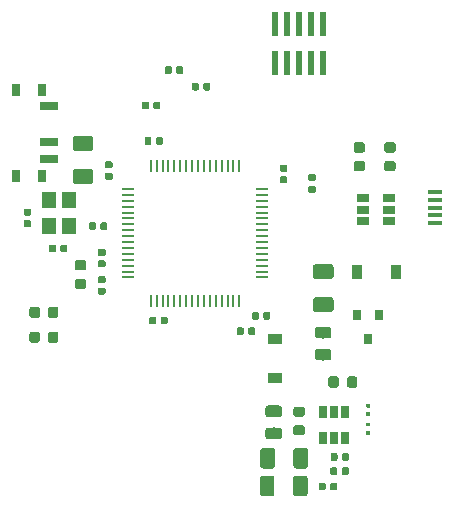
<source format=gbr>
G04 #@! TF.GenerationSoftware,KiCad,Pcbnew,(5.0.1)-4*
G04 #@! TF.CreationDate,2022-09-04T20:15:09+05:45*
G04 #@! TF.ProjectId,STM32_wiith_Buck_Converter,53544D33325F77696974685F4275636B,rev?*
G04 #@! TF.SameCoordinates,Original*
G04 #@! TF.FileFunction,Paste,Top*
G04 #@! TF.FilePolarity,Positive*
%FSLAX46Y46*%
G04 Gerber Fmt 4.6, Leading zero omitted, Abs format (unit mm)*
G04 Created by KiCad (PCBNEW (5.0.1)-4) date 04-Sep-22 8:15:09 PM*
%MOMM*%
%LPD*%
G01*
G04 APERTURE LIST*
%ADD10C,0.100000*%
%ADD11C,0.975000*%
%ADD12R,1.300000X0.450000*%
%ADD13C,0.875000*%
%ADD14C,0.590000*%
%ADD15C,1.250000*%
%ADD16R,0.900000X1.200000*%
%ADD17R,1.200000X0.900000*%
%ADD18R,0.500000X2.000000*%
%ADD19R,0.800000X0.900000*%
%ADD20C,0.318000*%
%ADD21R,1.500000X0.700000*%
%ADD22R,0.800000X1.000000*%
%ADD23R,0.650000X1.060000*%
%ADD24R,1.060000X0.650000*%
%ADD25R,1.000000X0.250000*%
%ADD26R,0.250000X1.000000*%
%ADD27R,1.200000X1.400000*%
G04 APERTURE END LIST*
D10*
G04 #@! TO.C,L1*
G36*
X130830142Y-84688674D02*
X130853803Y-84692184D01*
X130877007Y-84697996D01*
X130899529Y-84706054D01*
X130921153Y-84716282D01*
X130941670Y-84728579D01*
X130960883Y-84742829D01*
X130978607Y-84758893D01*
X130994671Y-84776617D01*
X131008921Y-84795830D01*
X131021218Y-84816347D01*
X131031446Y-84837971D01*
X131039504Y-84860493D01*
X131045316Y-84883697D01*
X131048826Y-84907358D01*
X131050000Y-84931250D01*
X131050000Y-85418750D01*
X131048826Y-85442642D01*
X131045316Y-85466303D01*
X131039504Y-85489507D01*
X131031446Y-85512029D01*
X131021218Y-85533653D01*
X131008921Y-85554170D01*
X130994671Y-85573383D01*
X130978607Y-85591107D01*
X130960883Y-85607171D01*
X130941670Y-85621421D01*
X130921153Y-85633718D01*
X130899529Y-85643946D01*
X130877007Y-85652004D01*
X130853803Y-85657816D01*
X130830142Y-85661326D01*
X130806250Y-85662500D01*
X129893750Y-85662500D01*
X129869858Y-85661326D01*
X129846197Y-85657816D01*
X129822993Y-85652004D01*
X129800471Y-85643946D01*
X129778847Y-85633718D01*
X129758330Y-85621421D01*
X129739117Y-85607171D01*
X129721393Y-85591107D01*
X129705329Y-85573383D01*
X129691079Y-85554170D01*
X129678782Y-85533653D01*
X129668554Y-85512029D01*
X129660496Y-85489507D01*
X129654684Y-85466303D01*
X129651174Y-85442642D01*
X129650000Y-85418750D01*
X129650000Y-84931250D01*
X129651174Y-84907358D01*
X129654684Y-84883697D01*
X129660496Y-84860493D01*
X129668554Y-84837971D01*
X129678782Y-84816347D01*
X129691079Y-84795830D01*
X129705329Y-84776617D01*
X129721393Y-84758893D01*
X129739117Y-84742829D01*
X129758330Y-84728579D01*
X129778847Y-84716282D01*
X129800471Y-84706054D01*
X129822993Y-84697996D01*
X129846197Y-84692184D01*
X129869858Y-84688674D01*
X129893750Y-84687500D01*
X130806250Y-84687500D01*
X130830142Y-84688674D01*
X130830142Y-84688674D01*
G37*
D11*
X130350000Y-85175000D03*
D10*
G36*
X130830142Y-86563674D02*
X130853803Y-86567184D01*
X130877007Y-86572996D01*
X130899529Y-86581054D01*
X130921153Y-86591282D01*
X130941670Y-86603579D01*
X130960883Y-86617829D01*
X130978607Y-86633893D01*
X130994671Y-86651617D01*
X131008921Y-86670830D01*
X131021218Y-86691347D01*
X131031446Y-86712971D01*
X131039504Y-86735493D01*
X131045316Y-86758697D01*
X131048826Y-86782358D01*
X131050000Y-86806250D01*
X131050000Y-87293750D01*
X131048826Y-87317642D01*
X131045316Y-87341303D01*
X131039504Y-87364507D01*
X131031446Y-87387029D01*
X131021218Y-87408653D01*
X131008921Y-87429170D01*
X130994671Y-87448383D01*
X130978607Y-87466107D01*
X130960883Y-87482171D01*
X130941670Y-87496421D01*
X130921153Y-87508718D01*
X130899529Y-87518946D01*
X130877007Y-87527004D01*
X130853803Y-87532816D01*
X130830142Y-87536326D01*
X130806250Y-87537500D01*
X129893750Y-87537500D01*
X129869858Y-87536326D01*
X129846197Y-87532816D01*
X129822993Y-87527004D01*
X129800471Y-87518946D01*
X129778847Y-87508718D01*
X129758330Y-87496421D01*
X129739117Y-87482171D01*
X129721393Y-87466107D01*
X129705329Y-87448383D01*
X129691079Y-87429170D01*
X129678782Y-87408653D01*
X129668554Y-87387029D01*
X129660496Y-87364507D01*
X129654684Y-87341303D01*
X129651174Y-87317642D01*
X129650000Y-87293750D01*
X129650000Y-86806250D01*
X129651174Y-86782358D01*
X129654684Y-86758697D01*
X129660496Y-86735493D01*
X129668554Y-86712971D01*
X129678782Y-86691347D01*
X129691079Y-86670830D01*
X129705329Y-86651617D01*
X129721393Y-86633893D01*
X129739117Y-86617829D01*
X129758330Y-86603579D01*
X129778847Y-86591282D01*
X129800471Y-86581054D01*
X129822993Y-86572996D01*
X129846197Y-86567184D01*
X129869858Y-86563674D01*
X129893750Y-86562500D01*
X130806250Y-86562500D01*
X130830142Y-86563674D01*
X130830142Y-86563674D01*
G37*
D11*
X130350000Y-87050000D03*
G04 #@! TD*
D12*
G04 #@! TO.C,J5*
X144050000Y-69250000D03*
X144050000Y-68600000D03*
X144050000Y-67950000D03*
X144050000Y-67300000D03*
X144050000Y-66650000D03*
G04 #@! TD*
D10*
G04 #@! TO.C,R4*
G36*
X140477691Y-63988553D02*
X140498926Y-63991703D01*
X140519750Y-63996919D01*
X140539962Y-64004151D01*
X140559368Y-64013330D01*
X140577781Y-64024366D01*
X140595024Y-64037154D01*
X140610930Y-64051570D01*
X140625346Y-64067476D01*
X140638134Y-64084719D01*
X140649170Y-64103132D01*
X140658349Y-64122538D01*
X140665581Y-64142750D01*
X140670797Y-64163574D01*
X140673947Y-64184809D01*
X140675000Y-64206250D01*
X140675000Y-64643750D01*
X140673947Y-64665191D01*
X140670797Y-64686426D01*
X140665581Y-64707250D01*
X140658349Y-64727462D01*
X140649170Y-64746868D01*
X140638134Y-64765281D01*
X140625346Y-64782524D01*
X140610930Y-64798430D01*
X140595024Y-64812846D01*
X140577781Y-64825634D01*
X140559368Y-64836670D01*
X140539962Y-64845849D01*
X140519750Y-64853081D01*
X140498926Y-64858297D01*
X140477691Y-64861447D01*
X140456250Y-64862500D01*
X139943750Y-64862500D01*
X139922309Y-64861447D01*
X139901074Y-64858297D01*
X139880250Y-64853081D01*
X139860038Y-64845849D01*
X139840632Y-64836670D01*
X139822219Y-64825634D01*
X139804976Y-64812846D01*
X139789070Y-64798430D01*
X139774654Y-64782524D01*
X139761866Y-64765281D01*
X139750830Y-64746868D01*
X139741651Y-64727462D01*
X139734419Y-64707250D01*
X139729203Y-64686426D01*
X139726053Y-64665191D01*
X139725000Y-64643750D01*
X139725000Y-64206250D01*
X139726053Y-64184809D01*
X139729203Y-64163574D01*
X139734419Y-64142750D01*
X139741651Y-64122538D01*
X139750830Y-64103132D01*
X139761866Y-64084719D01*
X139774654Y-64067476D01*
X139789070Y-64051570D01*
X139804976Y-64037154D01*
X139822219Y-64024366D01*
X139840632Y-64013330D01*
X139860038Y-64004151D01*
X139880250Y-63996919D01*
X139901074Y-63991703D01*
X139922309Y-63988553D01*
X139943750Y-63987500D01*
X140456250Y-63987500D01*
X140477691Y-63988553D01*
X140477691Y-63988553D01*
G37*
D13*
X140200000Y-64425000D03*
D10*
G36*
X140477691Y-62413553D02*
X140498926Y-62416703D01*
X140519750Y-62421919D01*
X140539962Y-62429151D01*
X140559368Y-62438330D01*
X140577781Y-62449366D01*
X140595024Y-62462154D01*
X140610930Y-62476570D01*
X140625346Y-62492476D01*
X140638134Y-62509719D01*
X140649170Y-62528132D01*
X140658349Y-62547538D01*
X140665581Y-62567750D01*
X140670797Y-62588574D01*
X140673947Y-62609809D01*
X140675000Y-62631250D01*
X140675000Y-63068750D01*
X140673947Y-63090191D01*
X140670797Y-63111426D01*
X140665581Y-63132250D01*
X140658349Y-63152462D01*
X140649170Y-63171868D01*
X140638134Y-63190281D01*
X140625346Y-63207524D01*
X140610930Y-63223430D01*
X140595024Y-63237846D01*
X140577781Y-63250634D01*
X140559368Y-63261670D01*
X140539962Y-63270849D01*
X140519750Y-63278081D01*
X140498926Y-63283297D01*
X140477691Y-63286447D01*
X140456250Y-63287500D01*
X139943750Y-63287500D01*
X139922309Y-63286447D01*
X139901074Y-63283297D01*
X139880250Y-63278081D01*
X139860038Y-63270849D01*
X139840632Y-63261670D01*
X139822219Y-63250634D01*
X139804976Y-63237846D01*
X139789070Y-63223430D01*
X139774654Y-63207524D01*
X139761866Y-63190281D01*
X139750830Y-63171868D01*
X139741651Y-63152462D01*
X139734419Y-63132250D01*
X139729203Y-63111426D01*
X139726053Y-63090191D01*
X139725000Y-63068750D01*
X139725000Y-62631250D01*
X139726053Y-62609809D01*
X139729203Y-62588574D01*
X139734419Y-62567750D01*
X139741651Y-62547538D01*
X139750830Y-62528132D01*
X139761866Y-62509719D01*
X139774654Y-62492476D01*
X139789070Y-62476570D01*
X139804976Y-62462154D01*
X139822219Y-62449366D01*
X139840632Y-62438330D01*
X139860038Y-62429151D01*
X139880250Y-62421919D01*
X139901074Y-62416703D01*
X139922309Y-62413553D01*
X139943750Y-62412500D01*
X140456250Y-62412500D01*
X140477691Y-62413553D01*
X140477691Y-62413553D01*
G37*
D13*
X140200000Y-62850000D03*
G04 #@! TD*
D10*
G04 #@! TO.C,R1*
G36*
X134626958Y-91230710D02*
X134641276Y-91232834D01*
X134655317Y-91236351D01*
X134668946Y-91241228D01*
X134682031Y-91247417D01*
X134694447Y-91254858D01*
X134706073Y-91263481D01*
X134716798Y-91273202D01*
X134726519Y-91283927D01*
X134735142Y-91295553D01*
X134742583Y-91307969D01*
X134748772Y-91321054D01*
X134753649Y-91334683D01*
X134757166Y-91348724D01*
X134759290Y-91363042D01*
X134760000Y-91377500D01*
X134760000Y-91722500D01*
X134759290Y-91736958D01*
X134757166Y-91751276D01*
X134753649Y-91765317D01*
X134748772Y-91778946D01*
X134742583Y-91792031D01*
X134735142Y-91804447D01*
X134726519Y-91816073D01*
X134716798Y-91826798D01*
X134706073Y-91836519D01*
X134694447Y-91845142D01*
X134682031Y-91852583D01*
X134668946Y-91858772D01*
X134655317Y-91863649D01*
X134641276Y-91867166D01*
X134626958Y-91869290D01*
X134612500Y-91870000D01*
X134317500Y-91870000D01*
X134303042Y-91869290D01*
X134288724Y-91867166D01*
X134274683Y-91863649D01*
X134261054Y-91858772D01*
X134247969Y-91852583D01*
X134235553Y-91845142D01*
X134223927Y-91836519D01*
X134213202Y-91826798D01*
X134203481Y-91816073D01*
X134194858Y-91804447D01*
X134187417Y-91792031D01*
X134181228Y-91778946D01*
X134176351Y-91765317D01*
X134172834Y-91751276D01*
X134170710Y-91736958D01*
X134170000Y-91722500D01*
X134170000Y-91377500D01*
X134170710Y-91363042D01*
X134172834Y-91348724D01*
X134176351Y-91334683D01*
X134181228Y-91321054D01*
X134187417Y-91307969D01*
X134194858Y-91295553D01*
X134203481Y-91283927D01*
X134213202Y-91273202D01*
X134223927Y-91263481D01*
X134235553Y-91254858D01*
X134247969Y-91247417D01*
X134261054Y-91241228D01*
X134274683Y-91236351D01*
X134288724Y-91232834D01*
X134303042Y-91230710D01*
X134317500Y-91230000D01*
X134612500Y-91230000D01*
X134626958Y-91230710D01*
X134626958Y-91230710D01*
G37*
D14*
X134465000Y-91550000D03*
D10*
G36*
X135596958Y-91230710D02*
X135611276Y-91232834D01*
X135625317Y-91236351D01*
X135638946Y-91241228D01*
X135652031Y-91247417D01*
X135664447Y-91254858D01*
X135676073Y-91263481D01*
X135686798Y-91273202D01*
X135696519Y-91283927D01*
X135705142Y-91295553D01*
X135712583Y-91307969D01*
X135718772Y-91321054D01*
X135723649Y-91334683D01*
X135727166Y-91348724D01*
X135729290Y-91363042D01*
X135730000Y-91377500D01*
X135730000Y-91722500D01*
X135729290Y-91736958D01*
X135727166Y-91751276D01*
X135723649Y-91765317D01*
X135718772Y-91778946D01*
X135712583Y-91792031D01*
X135705142Y-91804447D01*
X135696519Y-91816073D01*
X135686798Y-91826798D01*
X135676073Y-91836519D01*
X135664447Y-91845142D01*
X135652031Y-91852583D01*
X135638946Y-91858772D01*
X135625317Y-91863649D01*
X135611276Y-91867166D01*
X135596958Y-91869290D01*
X135582500Y-91870000D01*
X135287500Y-91870000D01*
X135273042Y-91869290D01*
X135258724Y-91867166D01*
X135244683Y-91863649D01*
X135231054Y-91858772D01*
X135217969Y-91852583D01*
X135205553Y-91845142D01*
X135193927Y-91836519D01*
X135183202Y-91826798D01*
X135173481Y-91816073D01*
X135164858Y-91804447D01*
X135157417Y-91792031D01*
X135151228Y-91778946D01*
X135146351Y-91765317D01*
X135142834Y-91751276D01*
X135140710Y-91736958D01*
X135140000Y-91722500D01*
X135140000Y-91377500D01*
X135140710Y-91363042D01*
X135142834Y-91348724D01*
X135146351Y-91334683D01*
X135151228Y-91321054D01*
X135157417Y-91307969D01*
X135164858Y-91295553D01*
X135173481Y-91283927D01*
X135183202Y-91273202D01*
X135193927Y-91263481D01*
X135205553Y-91254858D01*
X135217969Y-91247417D01*
X135231054Y-91241228D01*
X135244683Y-91236351D01*
X135258724Y-91232834D01*
X135273042Y-91230710D01*
X135287500Y-91230000D01*
X135582500Y-91230000D01*
X135596958Y-91230710D01*
X135596958Y-91230710D01*
G37*
D14*
X135435000Y-91550000D03*
G04 #@! TD*
D10*
G04 #@! TO.C,R3*
G36*
X135611958Y-89930710D02*
X135626276Y-89932834D01*
X135640317Y-89936351D01*
X135653946Y-89941228D01*
X135667031Y-89947417D01*
X135679447Y-89954858D01*
X135691073Y-89963481D01*
X135701798Y-89973202D01*
X135711519Y-89983927D01*
X135720142Y-89995553D01*
X135727583Y-90007969D01*
X135733772Y-90021054D01*
X135738649Y-90034683D01*
X135742166Y-90048724D01*
X135744290Y-90063042D01*
X135745000Y-90077500D01*
X135745000Y-90422500D01*
X135744290Y-90436958D01*
X135742166Y-90451276D01*
X135738649Y-90465317D01*
X135733772Y-90478946D01*
X135727583Y-90492031D01*
X135720142Y-90504447D01*
X135711519Y-90516073D01*
X135701798Y-90526798D01*
X135691073Y-90536519D01*
X135679447Y-90545142D01*
X135667031Y-90552583D01*
X135653946Y-90558772D01*
X135640317Y-90563649D01*
X135626276Y-90567166D01*
X135611958Y-90569290D01*
X135597500Y-90570000D01*
X135302500Y-90570000D01*
X135288042Y-90569290D01*
X135273724Y-90567166D01*
X135259683Y-90563649D01*
X135246054Y-90558772D01*
X135232969Y-90552583D01*
X135220553Y-90545142D01*
X135208927Y-90536519D01*
X135198202Y-90526798D01*
X135188481Y-90516073D01*
X135179858Y-90504447D01*
X135172417Y-90492031D01*
X135166228Y-90478946D01*
X135161351Y-90465317D01*
X135157834Y-90451276D01*
X135155710Y-90436958D01*
X135155000Y-90422500D01*
X135155000Y-90077500D01*
X135155710Y-90063042D01*
X135157834Y-90048724D01*
X135161351Y-90034683D01*
X135166228Y-90021054D01*
X135172417Y-90007969D01*
X135179858Y-89995553D01*
X135188481Y-89983927D01*
X135198202Y-89973202D01*
X135208927Y-89963481D01*
X135220553Y-89954858D01*
X135232969Y-89947417D01*
X135246054Y-89941228D01*
X135259683Y-89936351D01*
X135273724Y-89932834D01*
X135288042Y-89930710D01*
X135302500Y-89930000D01*
X135597500Y-89930000D01*
X135611958Y-89930710D01*
X135611958Y-89930710D01*
G37*
D14*
X135450000Y-90250000D03*
D10*
G36*
X136581958Y-89930710D02*
X136596276Y-89932834D01*
X136610317Y-89936351D01*
X136623946Y-89941228D01*
X136637031Y-89947417D01*
X136649447Y-89954858D01*
X136661073Y-89963481D01*
X136671798Y-89973202D01*
X136681519Y-89983927D01*
X136690142Y-89995553D01*
X136697583Y-90007969D01*
X136703772Y-90021054D01*
X136708649Y-90034683D01*
X136712166Y-90048724D01*
X136714290Y-90063042D01*
X136715000Y-90077500D01*
X136715000Y-90422500D01*
X136714290Y-90436958D01*
X136712166Y-90451276D01*
X136708649Y-90465317D01*
X136703772Y-90478946D01*
X136697583Y-90492031D01*
X136690142Y-90504447D01*
X136681519Y-90516073D01*
X136671798Y-90526798D01*
X136661073Y-90536519D01*
X136649447Y-90545142D01*
X136637031Y-90552583D01*
X136623946Y-90558772D01*
X136610317Y-90563649D01*
X136596276Y-90567166D01*
X136581958Y-90569290D01*
X136567500Y-90570000D01*
X136272500Y-90570000D01*
X136258042Y-90569290D01*
X136243724Y-90567166D01*
X136229683Y-90563649D01*
X136216054Y-90558772D01*
X136202969Y-90552583D01*
X136190553Y-90545142D01*
X136178927Y-90536519D01*
X136168202Y-90526798D01*
X136158481Y-90516073D01*
X136149858Y-90504447D01*
X136142417Y-90492031D01*
X136136228Y-90478946D01*
X136131351Y-90465317D01*
X136127834Y-90451276D01*
X136125710Y-90436958D01*
X136125000Y-90422500D01*
X136125000Y-90077500D01*
X136125710Y-90063042D01*
X136127834Y-90048724D01*
X136131351Y-90034683D01*
X136136228Y-90021054D01*
X136142417Y-90007969D01*
X136149858Y-89995553D01*
X136158481Y-89983927D01*
X136168202Y-89973202D01*
X136178927Y-89963481D01*
X136190553Y-89954858D01*
X136202969Y-89947417D01*
X136216054Y-89941228D01*
X136229683Y-89936351D01*
X136243724Y-89932834D01*
X136258042Y-89930710D01*
X136272500Y-89930000D01*
X136567500Y-89930000D01*
X136581958Y-89930710D01*
X136581958Y-89930710D01*
G37*
D14*
X136420000Y-90250000D03*
G04 #@! TD*
D10*
G04 #@! TO.C,R6*
G36*
X136596958Y-88730710D02*
X136611276Y-88732834D01*
X136625317Y-88736351D01*
X136638946Y-88741228D01*
X136652031Y-88747417D01*
X136664447Y-88754858D01*
X136676073Y-88763481D01*
X136686798Y-88773202D01*
X136696519Y-88783927D01*
X136705142Y-88795553D01*
X136712583Y-88807969D01*
X136718772Y-88821054D01*
X136723649Y-88834683D01*
X136727166Y-88848724D01*
X136729290Y-88863042D01*
X136730000Y-88877500D01*
X136730000Y-89222500D01*
X136729290Y-89236958D01*
X136727166Y-89251276D01*
X136723649Y-89265317D01*
X136718772Y-89278946D01*
X136712583Y-89292031D01*
X136705142Y-89304447D01*
X136696519Y-89316073D01*
X136686798Y-89326798D01*
X136676073Y-89336519D01*
X136664447Y-89345142D01*
X136652031Y-89352583D01*
X136638946Y-89358772D01*
X136625317Y-89363649D01*
X136611276Y-89367166D01*
X136596958Y-89369290D01*
X136582500Y-89370000D01*
X136287500Y-89370000D01*
X136273042Y-89369290D01*
X136258724Y-89367166D01*
X136244683Y-89363649D01*
X136231054Y-89358772D01*
X136217969Y-89352583D01*
X136205553Y-89345142D01*
X136193927Y-89336519D01*
X136183202Y-89326798D01*
X136173481Y-89316073D01*
X136164858Y-89304447D01*
X136157417Y-89292031D01*
X136151228Y-89278946D01*
X136146351Y-89265317D01*
X136142834Y-89251276D01*
X136140710Y-89236958D01*
X136140000Y-89222500D01*
X136140000Y-88877500D01*
X136140710Y-88863042D01*
X136142834Y-88848724D01*
X136146351Y-88834683D01*
X136151228Y-88821054D01*
X136157417Y-88807969D01*
X136164858Y-88795553D01*
X136173481Y-88783927D01*
X136183202Y-88773202D01*
X136193927Y-88763481D01*
X136205553Y-88754858D01*
X136217969Y-88747417D01*
X136231054Y-88741228D01*
X136244683Y-88736351D01*
X136258724Y-88732834D01*
X136273042Y-88730710D01*
X136287500Y-88730000D01*
X136582500Y-88730000D01*
X136596958Y-88730710D01*
X136596958Y-88730710D01*
G37*
D14*
X136435000Y-89050000D03*
D10*
G36*
X135626958Y-88730710D02*
X135641276Y-88732834D01*
X135655317Y-88736351D01*
X135668946Y-88741228D01*
X135682031Y-88747417D01*
X135694447Y-88754858D01*
X135706073Y-88763481D01*
X135716798Y-88773202D01*
X135726519Y-88783927D01*
X135735142Y-88795553D01*
X135742583Y-88807969D01*
X135748772Y-88821054D01*
X135753649Y-88834683D01*
X135757166Y-88848724D01*
X135759290Y-88863042D01*
X135760000Y-88877500D01*
X135760000Y-89222500D01*
X135759290Y-89236958D01*
X135757166Y-89251276D01*
X135753649Y-89265317D01*
X135748772Y-89278946D01*
X135742583Y-89292031D01*
X135735142Y-89304447D01*
X135726519Y-89316073D01*
X135716798Y-89326798D01*
X135706073Y-89336519D01*
X135694447Y-89345142D01*
X135682031Y-89352583D01*
X135668946Y-89358772D01*
X135655317Y-89363649D01*
X135641276Y-89367166D01*
X135626958Y-89369290D01*
X135612500Y-89370000D01*
X135317500Y-89370000D01*
X135303042Y-89369290D01*
X135288724Y-89367166D01*
X135274683Y-89363649D01*
X135261054Y-89358772D01*
X135247969Y-89352583D01*
X135235553Y-89345142D01*
X135223927Y-89336519D01*
X135213202Y-89326798D01*
X135203481Y-89316073D01*
X135194858Y-89304447D01*
X135187417Y-89292031D01*
X135181228Y-89278946D01*
X135176351Y-89265317D01*
X135172834Y-89251276D01*
X135170710Y-89236958D01*
X135170000Y-89222500D01*
X135170000Y-88877500D01*
X135170710Y-88863042D01*
X135172834Y-88848724D01*
X135176351Y-88834683D01*
X135181228Y-88821054D01*
X135187417Y-88807969D01*
X135194858Y-88795553D01*
X135203481Y-88783927D01*
X135213202Y-88773202D01*
X135223927Y-88763481D01*
X135235553Y-88754858D01*
X135247969Y-88747417D01*
X135261054Y-88741228D01*
X135274683Y-88736351D01*
X135288724Y-88732834D01*
X135303042Y-88730710D01*
X135317500Y-88730000D01*
X135612500Y-88730000D01*
X135626958Y-88730710D01*
X135626958Y-88730710D01*
G37*
D14*
X135465000Y-89050000D03*
G04 #@! TD*
D10*
G04 #@! TO.C,C12*
G36*
X115986958Y-72405710D02*
X116001276Y-72407834D01*
X116015317Y-72411351D01*
X116028946Y-72416228D01*
X116042031Y-72422417D01*
X116054447Y-72429858D01*
X116066073Y-72438481D01*
X116076798Y-72448202D01*
X116086519Y-72458927D01*
X116095142Y-72470553D01*
X116102583Y-72482969D01*
X116108772Y-72496054D01*
X116113649Y-72509683D01*
X116117166Y-72523724D01*
X116119290Y-72538042D01*
X116120000Y-72552500D01*
X116120000Y-72847500D01*
X116119290Y-72861958D01*
X116117166Y-72876276D01*
X116113649Y-72890317D01*
X116108772Y-72903946D01*
X116102583Y-72917031D01*
X116095142Y-72929447D01*
X116086519Y-72941073D01*
X116076798Y-72951798D01*
X116066073Y-72961519D01*
X116054447Y-72970142D01*
X116042031Y-72977583D01*
X116028946Y-72983772D01*
X116015317Y-72988649D01*
X116001276Y-72992166D01*
X115986958Y-72994290D01*
X115972500Y-72995000D01*
X115627500Y-72995000D01*
X115613042Y-72994290D01*
X115598724Y-72992166D01*
X115584683Y-72988649D01*
X115571054Y-72983772D01*
X115557969Y-72977583D01*
X115545553Y-72970142D01*
X115533927Y-72961519D01*
X115523202Y-72951798D01*
X115513481Y-72941073D01*
X115504858Y-72929447D01*
X115497417Y-72917031D01*
X115491228Y-72903946D01*
X115486351Y-72890317D01*
X115482834Y-72876276D01*
X115480710Y-72861958D01*
X115480000Y-72847500D01*
X115480000Y-72552500D01*
X115480710Y-72538042D01*
X115482834Y-72523724D01*
X115486351Y-72509683D01*
X115491228Y-72496054D01*
X115497417Y-72482969D01*
X115504858Y-72470553D01*
X115513481Y-72458927D01*
X115523202Y-72448202D01*
X115533927Y-72438481D01*
X115545553Y-72429858D01*
X115557969Y-72422417D01*
X115571054Y-72416228D01*
X115584683Y-72411351D01*
X115598724Y-72407834D01*
X115613042Y-72405710D01*
X115627500Y-72405000D01*
X115972500Y-72405000D01*
X115986958Y-72405710D01*
X115986958Y-72405710D01*
G37*
D14*
X115800000Y-72700000D03*
D10*
G36*
X115986958Y-71435710D02*
X116001276Y-71437834D01*
X116015317Y-71441351D01*
X116028946Y-71446228D01*
X116042031Y-71452417D01*
X116054447Y-71459858D01*
X116066073Y-71468481D01*
X116076798Y-71478202D01*
X116086519Y-71488927D01*
X116095142Y-71500553D01*
X116102583Y-71512969D01*
X116108772Y-71526054D01*
X116113649Y-71539683D01*
X116117166Y-71553724D01*
X116119290Y-71568042D01*
X116120000Y-71582500D01*
X116120000Y-71877500D01*
X116119290Y-71891958D01*
X116117166Y-71906276D01*
X116113649Y-71920317D01*
X116108772Y-71933946D01*
X116102583Y-71947031D01*
X116095142Y-71959447D01*
X116086519Y-71971073D01*
X116076798Y-71981798D01*
X116066073Y-71991519D01*
X116054447Y-72000142D01*
X116042031Y-72007583D01*
X116028946Y-72013772D01*
X116015317Y-72018649D01*
X116001276Y-72022166D01*
X115986958Y-72024290D01*
X115972500Y-72025000D01*
X115627500Y-72025000D01*
X115613042Y-72024290D01*
X115598724Y-72022166D01*
X115584683Y-72018649D01*
X115571054Y-72013772D01*
X115557969Y-72007583D01*
X115545553Y-72000142D01*
X115533927Y-71991519D01*
X115523202Y-71981798D01*
X115513481Y-71971073D01*
X115504858Y-71959447D01*
X115497417Y-71947031D01*
X115491228Y-71933946D01*
X115486351Y-71920317D01*
X115482834Y-71906276D01*
X115480710Y-71891958D01*
X115480000Y-71877500D01*
X115480000Y-71582500D01*
X115480710Y-71568042D01*
X115482834Y-71553724D01*
X115486351Y-71539683D01*
X115491228Y-71526054D01*
X115497417Y-71512969D01*
X115504858Y-71500553D01*
X115513481Y-71488927D01*
X115523202Y-71478202D01*
X115533927Y-71468481D01*
X115545553Y-71459858D01*
X115557969Y-71452417D01*
X115571054Y-71446228D01*
X115584683Y-71441351D01*
X115598724Y-71437834D01*
X115613042Y-71435710D01*
X115627500Y-71435000D01*
X115972500Y-71435000D01*
X115986958Y-71435710D01*
X115986958Y-71435710D01*
G37*
D14*
X115800000Y-71730000D03*
G04 #@! TD*
D10*
G04 #@! TO.C,C14*
G36*
X133786958Y-66075710D02*
X133801276Y-66077834D01*
X133815317Y-66081351D01*
X133828946Y-66086228D01*
X133842031Y-66092417D01*
X133854447Y-66099858D01*
X133866073Y-66108481D01*
X133876798Y-66118202D01*
X133886519Y-66128927D01*
X133895142Y-66140553D01*
X133902583Y-66152969D01*
X133908772Y-66166054D01*
X133913649Y-66179683D01*
X133917166Y-66193724D01*
X133919290Y-66208042D01*
X133920000Y-66222500D01*
X133920000Y-66517500D01*
X133919290Y-66531958D01*
X133917166Y-66546276D01*
X133913649Y-66560317D01*
X133908772Y-66573946D01*
X133902583Y-66587031D01*
X133895142Y-66599447D01*
X133886519Y-66611073D01*
X133876798Y-66621798D01*
X133866073Y-66631519D01*
X133854447Y-66640142D01*
X133842031Y-66647583D01*
X133828946Y-66653772D01*
X133815317Y-66658649D01*
X133801276Y-66662166D01*
X133786958Y-66664290D01*
X133772500Y-66665000D01*
X133427500Y-66665000D01*
X133413042Y-66664290D01*
X133398724Y-66662166D01*
X133384683Y-66658649D01*
X133371054Y-66653772D01*
X133357969Y-66647583D01*
X133345553Y-66640142D01*
X133333927Y-66631519D01*
X133323202Y-66621798D01*
X133313481Y-66611073D01*
X133304858Y-66599447D01*
X133297417Y-66587031D01*
X133291228Y-66573946D01*
X133286351Y-66560317D01*
X133282834Y-66546276D01*
X133280710Y-66531958D01*
X133280000Y-66517500D01*
X133280000Y-66222500D01*
X133280710Y-66208042D01*
X133282834Y-66193724D01*
X133286351Y-66179683D01*
X133291228Y-66166054D01*
X133297417Y-66152969D01*
X133304858Y-66140553D01*
X133313481Y-66128927D01*
X133323202Y-66118202D01*
X133333927Y-66108481D01*
X133345553Y-66099858D01*
X133357969Y-66092417D01*
X133371054Y-66086228D01*
X133384683Y-66081351D01*
X133398724Y-66077834D01*
X133413042Y-66075710D01*
X133427500Y-66075000D01*
X133772500Y-66075000D01*
X133786958Y-66075710D01*
X133786958Y-66075710D01*
G37*
D14*
X133600000Y-66370000D03*
D10*
G36*
X133786958Y-65105710D02*
X133801276Y-65107834D01*
X133815317Y-65111351D01*
X133828946Y-65116228D01*
X133842031Y-65122417D01*
X133854447Y-65129858D01*
X133866073Y-65138481D01*
X133876798Y-65148202D01*
X133886519Y-65158927D01*
X133895142Y-65170553D01*
X133902583Y-65182969D01*
X133908772Y-65196054D01*
X133913649Y-65209683D01*
X133917166Y-65223724D01*
X133919290Y-65238042D01*
X133920000Y-65252500D01*
X133920000Y-65547500D01*
X133919290Y-65561958D01*
X133917166Y-65576276D01*
X133913649Y-65590317D01*
X133908772Y-65603946D01*
X133902583Y-65617031D01*
X133895142Y-65629447D01*
X133886519Y-65641073D01*
X133876798Y-65651798D01*
X133866073Y-65661519D01*
X133854447Y-65670142D01*
X133842031Y-65677583D01*
X133828946Y-65683772D01*
X133815317Y-65688649D01*
X133801276Y-65692166D01*
X133786958Y-65694290D01*
X133772500Y-65695000D01*
X133427500Y-65695000D01*
X133413042Y-65694290D01*
X133398724Y-65692166D01*
X133384683Y-65688649D01*
X133371054Y-65683772D01*
X133357969Y-65677583D01*
X133345553Y-65670142D01*
X133333927Y-65661519D01*
X133323202Y-65651798D01*
X133313481Y-65641073D01*
X133304858Y-65629447D01*
X133297417Y-65617031D01*
X133291228Y-65603946D01*
X133286351Y-65590317D01*
X133282834Y-65576276D01*
X133280710Y-65561958D01*
X133280000Y-65547500D01*
X133280000Y-65252500D01*
X133280710Y-65238042D01*
X133282834Y-65223724D01*
X133286351Y-65209683D01*
X133291228Y-65196054D01*
X133297417Y-65182969D01*
X133304858Y-65170553D01*
X133313481Y-65158927D01*
X133323202Y-65148202D01*
X133333927Y-65138481D01*
X133345553Y-65129858D01*
X133357969Y-65122417D01*
X133371054Y-65116228D01*
X133384683Y-65111351D01*
X133398724Y-65107834D01*
X133413042Y-65105710D01*
X133427500Y-65105000D01*
X133772500Y-65105000D01*
X133786958Y-65105710D01*
X133786958Y-65105710D01*
G37*
D14*
X133600000Y-65400000D03*
G04 #@! TD*
D10*
G04 #@! TO.C,C13*
G36*
X128661958Y-78080710D02*
X128676276Y-78082834D01*
X128690317Y-78086351D01*
X128703946Y-78091228D01*
X128717031Y-78097417D01*
X128729447Y-78104858D01*
X128741073Y-78113481D01*
X128751798Y-78123202D01*
X128761519Y-78133927D01*
X128770142Y-78145553D01*
X128777583Y-78157969D01*
X128783772Y-78171054D01*
X128788649Y-78184683D01*
X128792166Y-78198724D01*
X128794290Y-78213042D01*
X128795000Y-78227500D01*
X128795000Y-78572500D01*
X128794290Y-78586958D01*
X128792166Y-78601276D01*
X128788649Y-78615317D01*
X128783772Y-78628946D01*
X128777583Y-78642031D01*
X128770142Y-78654447D01*
X128761519Y-78666073D01*
X128751798Y-78676798D01*
X128741073Y-78686519D01*
X128729447Y-78695142D01*
X128717031Y-78702583D01*
X128703946Y-78708772D01*
X128690317Y-78713649D01*
X128676276Y-78717166D01*
X128661958Y-78719290D01*
X128647500Y-78720000D01*
X128352500Y-78720000D01*
X128338042Y-78719290D01*
X128323724Y-78717166D01*
X128309683Y-78713649D01*
X128296054Y-78708772D01*
X128282969Y-78702583D01*
X128270553Y-78695142D01*
X128258927Y-78686519D01*
X128248202Y-78676798D01*
X128238481Y-78666073D01*
X128229858Y-78654447D01*
X128222417Y-78642031D01*
X128216228Y-78628946D01*
X128211351Y-78615317D01*
X128207834Y-78601276D01*
X128205710Y-78586958D01*
X128205000Y-78572500D01*
X128205000Y-78227500D01*
X128205710Y-78213042D01*
X128207834Y-78198724D01*
X128211351Y-78184683D01*
X128216228Y-78171054D01*
X128222417Y-78157969D01*
X128229858Y-78145553D01*
X128238481Y-78133927D01*
X128248202Y-78123202D01*
X128258927Y-78113481D01*
X128270553Y-78104858D01*
X128282969Y-78097417D01*
X128296054Y-78091228D01*
X128309683Y-78086351D01*
X128323724Y-78082834D01*
X128338042Y-78080710D01*
X128352500Y-78080000D01*
X128647500Y-78080000D01*
X128661958Y-78080710D01*
X128661958Y-78080710D01*
G37*
D14*
X128500000Y-78400000D03*
D10*
G36*
X127691958Y-78080710D02*
X127706276Y-78082834D01*
X127720317Y-78086351D01*
X127733946Y-78091228D01*
X127747031Y-78097417D01*
X127759447Y-78104858D01*
X127771073Y-78113481D01*
X127781798Y-78123202D01*
X127791519Y-78133927D01*
X127800142Y-78145553D01*
X127807583Y-78157969D01*
X127813772Y-78171054D01*
X127818649Y-78184683D01*
X127822166Y-78198724D01*
X127824290Y-78213042D01*
X127825000Y-78227500D01*
X127825000Y-78572500D01*
X127824290Y-78586958D01*
X127822166Y-78601276D01*
X127818649Y-78615317D01*
X127813772Y-78628946D01*
X127807583Y-78642031D01*
X127800142Y-78654447D01*
X127791519Y-78666073D01*
X127781798Y-78676798D01*
X127771073Y-78686519D01*
X127759447Y-78695142D01*
X127747031Y-78702583D01*
X127733946Y-78708772D01*
X127720317Y-78713649D01*
X127706276Y-78717166D01*
X127691958Y-78719290D01*
X127677500Y-78720000D01*
X127382500Y-78720000D01*
X127368042Y-78719290D01*
X127353724Y-78717166D01*
X127339683Y-78713649D01*
X127326054Y-78708772D01*
X127312969Y-78702583D01*
X127300553Y-78695142D01*
X127288927Y-78686519D01*
X127278202Y-78676798D01*
X127268481Y-78666073D01*
X127259858Y-78654447D01*
X127252417Y-78642031D01*
X127246228Y-78628946D01*
X127241351Y-78615317D01*
X127237834Y-78601276D01*
X127235710Y-78586958D01*
X127235000Y-78572500D01*
X127235000Y-78227500D01*
X127235710Y-78213042D01*
X127237834Y-78198724D01*
X127241351Y-78184683D01*
X127246228Y-78171054D01*
X127252417Y-78157969D01*
X127259858Y-78145553D01*
X127268481Y-78133927D01*
X127278202Y-78123202D01*
X127288927Y-78113481D01*
X127300553Y-78104858D01*
X127312969Y-78097417D01*
X127326054Y-78091228D01*
X127339683Y-78086351D01*
X127353724Y-78082834D01*
X127368042Y-78080710D01*
X127382500Y-78080000D01*
X127677500Y-78080000D01*
X127691958Y-78080710D01*
X127691958Y-78080710D01*
G37*
D14*
X127530000Y-78400000D03*
G04 #@! TD*
D10*
G04 #@! TO.C,C6*
G36*
X116586958Y-64990710D02*
X116601276Y-64992834D01*
X116615317Y-64996351D01*
X116628946Y-65001228D01*
X116642031Y-65007417D01*
X116654447Y-65014858D01*
X116666073Y-65023481D01*
X116676798Y-65033202D01*
X116686519Y-65043927D01*
X116695142Y-65055553D01*
X116702583Y-65067969D01*
X116708772Y-65081054D01*
X116713649Y-65094683D01*
X116717166Y-65108724D01*
X116719290Y-65123042D01*
X116720000Y-65137500D01*
X116720000Y-65432500D01*
X116719290Y-65446958D01*
X116717166Y-65461276D01*
X116713649Y-65475317D01*
X116708772Y-65488946D01*
X116702583Y-65502031D01*
X116695142Y-65514447D01*
X116686519Y-65526073D01*
X116676798Y-65536798D01*
X116666073Y-65546519D01*
X116654447Y-65555142D01*
X116642031Y-65562583D01*
X116628946Y-65568772D01*
X116615317Y-65573649D01*
X116601276Y-65577166D01*
X116586958Y-65579290D01*
X116572500Y-65580000D01*
X116227500Y-65580000D01*
X116213042Y-65579290D01*
X116198724Y-65577166D01*
X116184683Y-65573649D01*
X116171054Y-65568772D01*
X116157969Y-65562583D01*
X116145553Y-65555142D01*
X116133927Y-65546519D01*
X116123202Y-65536798D01*
X116113481Y-65526073D01*
X116104858Y-65514447D01*
X116097417Y-65502031D01*
X116091228Y-65488946D01*
X116086351Y-65475317D01*
X116082834Y-65461276D01*
X116080710Y-65446958D01*
X116080000Y-65432500D01*
X116080000Y-65137500D01*
X116080710Y-65123042D01*
X116082834Y-65108724D01*
X116086351Y-65094683D01*
X116091228Y-65081054D01*
X116097417Y-65067969D01*
X116104858Y-65055553D01*
X116113481Y-65043927D01*
X116123202Y-65033202D01*
X116133927Y-65023481D01*
X116145553Y-65014858D01*
X116157969Y-65007417D01*
X116171054Y-65001228D01*
X116184683Y-64996351D01*
X116198724Y-64992834D01*
X116213042Y-64990710D01*
X116227500Y-64990000D01*
X116572500Y-64990000D01*
X116586958Y-64990710D01*
X116586958Y-64990710D01*
G37*
D14*
X116400000Y-65285000D03*
D10*
G36*
X116586958Y-64020710D02*
X116601276Y-64022834D01*
X116615317Y-64026351D01*
X116628946Y-64031228D01*
X116642031Y-64037417D01*
X116654447Y-64044858D01*
X116666073Y-64053481D01*
X116676798Y-64063202D01*
X116686519Y-64073927D01*
X116695142Y-64085553D01*
X116702583Y-64097969D01*
X116708772Y-64111054D01*
X116713649Y-64124683D01*
X116717166Y-64138724D01*
X116719290Y-64153042D01*
X116720000Y-64167500D01*
X116720000Y-64462500D01*
X116719290Y-64476958D01*
X116717166Y-64491276D01*
X116713649Y-64505317D01*
X116708772Y-64518946D01*
X116702583Y-64532031D01*
X116695142Y-64544447D01*
X116686519Y-64556073D01*
X116676798Y-64566798D01*
X116666073Y-64576519D01*
X116654447Y-64585142D01*
X116642031Y-64592583D01*
X116628946Y-64598772D01*
X116615317Y-64603649D01*
X116601276Y-64607166D01*
X116586958Y-64609290D01*
X116572500Y-64610000D01*
X116227500Y-64610000D01*
X116213042Y-64609290D01*
X116198724Y-64607166D01*
X116184683Y-64603649D01*
X116171054Y-64598772D01*
X116157969Y-64592583D01*
X116145553Y-64585142D01*
X116133927Y-64576519D01*
X116123202Y-64566798D01*
X116113481Y-64556073D01*
X116104858Y-64544447D01*
X116097417Y-64532031D01*
X116091228Y-64518946D01*
X116086351Y-64505317D01*
X116082834Y-64491276D01*
X116080710Y-64476958D01*
X116080000Y-64462500D01*
X116080000Y-64167500D01*
X116080710Y-64153042D01*
X116082834Y-64138724D01*
X116086351Y-64124683D01*
X116091228Y-64111054D01*
X116097417Y-64097969D01*
X116104858Y-64085553D01*
X116113481Y-64073927D01*
X116123202Y-64063202D01*
X116133927Y-64053481D01*
X116145553Y-64044858D01*
X116157969Y-64037417D01*
X116171054Y-64031228D01*
X116184683Y-64026351D01*
X116198724Y-64022834D01*
X116213042Y-64020710D01*
X116227500Y-64020000D01*
X116572500Y-64020000D01*
X116586958Y-64020710D01*
X116586958Y-64020710D01*
G37*
D14*
X116400000Y-64315000D03*
G04 #@! TD*
D10*
G04 #@! TO.C,C7*
G36*
X131386958Y-64320710D02*
X131401276Y-64322834D01*
X131415317Y-64326351D01*
X131428946Y-64331228D01*
X131442031Y-64337417D01*
X131454447Y-64344858D01*
X131466073Y-64353481D01*
X131476798Y-64363202D01*
X131486519Y-64373927D01*
X131495142Y-64385553D01*
X131502583Y-64397969D01*
X131508772Y-64411054D01*
X131513649Y-64424683D01*
X131517166Y-64438724D01*
X131519290Y-64453042D01*
X131520000Y-64467500D01*
X131520000Y-64762500D01*
X131519290Y-64776958D01*
X131517166Y-64791276D01*
X131513649Y-64805317D01*
X131508772Y-64818946D01*
X131502583Y-64832031D01*
X131495142Y-64844447D01*
X131486519Y-64856073D01*
X131476798Y-64866798D01*
X131466073Y-64876519D01*
X131454447Y-64885142D01*
X131442031Y-64892583D01*
X131428946Y-64898772D01*
X131415317Y-64903649D01*
X131401276Y-64907166D01*
X131386958Y-64909290D01*
X131372500Y-64910000D01*
X131027500Y-64910000D01*
X131013042Y-64909290D01*
X130998724Y-64907166D01*
X130984683Y-64903649D01*
X130971054Y-64898772D01*
X130957969Y-64892583D01*
X130945553Y-64885142D01*
X130933927Y-64876519D01*
X130923202Y-64866798D01*
X130913481Y-64856073D01*
X130904858Y-64844447D01*
X130897417Y-64832031D01*
X130891228Y-64818946D01*
X130886351Y-64805317D01*
X130882834Y-64791276D01*
X130880710Y-64776958D01*
X130880000Y-64762500D01*
X130880000Y-64467500D01*
X130880710Y-64453042D01*
X130882834Y-64438724D01*
X130886351Y-64424683D01*
X130891228Y-64411054D01*
X130897417Y-64397969D01*
X130904858Y-64385553D01*
X130913481Y-64373927D01*
X130923202Y-64363202D01*
X130933927Y-64353481D01*
X130945553Y-64344858D01*
X130957969Y-64337417D01*
X130971054Y-64331228D01*
X130984683Y-64326351D01*
X130998724Y-64322834D01*
X131013042Y-64320710D01*
X131027500Y-64320000D01*
X131372500Y-64320000D01*
X131386958Y-64320710D01*
X131386958Y-64320710D01*
G37*
D14*
X131200000Y-64615000D03*
D10*
G36*
X131386958Y-65290710D02*
X131401276Y-65292834D01*
X131415317Y-65296351D01*
X131428946Y-65301228D01*
X131442031Y-65307417D01*
X131454447Y-65314858D01*
X131466073Y-65323481D01*
X131476798Y-65333202D01*
X131486519Y-65343927D01*
X131495142Y-65355553D01*
X131502583Y-65367969D01*
X131508772Y-65381054D01*
X131513649Y-65394683D01*
X131517166Y-65408724D01*
X131519290Y-65423042D01*
X131520000Y-65437500D01*
X131520000Y-65732500D01*
X131519290Y-65746958D01*
X131517166Y-65761276D01*
X131513649Y-65775317D01*
X131508772Y-65788946D01*
X131502583Y-65802031D01*
X131495142Y-65814447D01*
X131486519Y-65826073D01*
X131476798Y-65836798D01*
X131466073Y-65846519D01*
X131454447Y-65855142D01*
X131442031Y-65862583D01*
X131428946Y-65868772D01*
X131415317Y-65873649D01*
X131401276Y-65877166D01*
X131386958Y-65879290D01*
X131372500Y-65880000D01*
X131027500Y-65880000D01*
X131013042Y-65879290D01*
X130998724Y-65877166D01*
X130984683Y-65873649D01*
X130971054Y-65868772D01*
X130957969Y-65862583D01*
X130945553Y-65855142D01*
X130933927Y-65846519D01*
X130923202Y-65836798D01*
X130913481Y-65826073D01*
X130904858Y-65814447D01*
X130897417Y-65802031D01*
X130891228Y-65788946D01*
X130886351Y-65775317D01*
X130882834Y-65761276D01*
X130880710Y-65746958D01*
X130880000Y-65732500D01*
X130880000Y-65437500D01*
X130880710Y-65423042D01*
X130882834Y-65408724D01*
X130886351Y-65394683D01*
X130891228Y-65381054D01*
X130897417Y-65367969D01*
X130904858Y-65355553D01*
X130913481Y-65343927D01*
X130923202Y-65333202D01*
X130933927Y-65323481D01*
X130945553Y-65314858D01*
X130957969Y-65307417D01*
X130971054Y-65301228D01*
X130984683Y-65296351D01*
X130998724Y-65292834D01*
X131013042Y-65290710D01*
X131027500Y-65290000D01*
X131372500Y-65290000D01*
X131386958Y-65290710D01*
X131386958Y-65290710D01*
G37*
D14*
X131200000Y-65585000D03*
G04 #@! TD*
D10*
G04 #@! TO.C,C8*
G36*
X128976958Y-76780710D02*
X128991276Y-76782834D01*
X129005317Y-76786351D01*
X129018946Y-76791228D01*
X129032031Y-76797417D01*
X129044447Y-76804858D01*
X129056073Y-76813481D01*
X129066798Y-76823202D01*
X129076519Y-76833927D01*
X129085142Y-76845553D01*
X129092583Y-76857969D01*
X129098772Y-76871054D01*
X129103649Y-76884683D01*
X129107166Y-76898724D01*
X129109290Y-76913042D01*
X129110000Y-76927500D01*
X129110000Y-77272500D01*
X129109290Y-77286958D01*
X129107166Y-77301276D01*
X129103649Y-77315317D01*
X129098772Y-77328946D01*
X129092583Y-77342031D01*
X129085142Y-77354447D01*
X129076519Y-77366073D01*
X129066798Y-77376798D01*
X129056073Y-77386519D01*
X129044447Y-77395142D01*
X129032031Y-77402583D01*
X129018946Y-77408772D01*
X129005317Y-77413649D01*
X128991276Y-77417166D01*
X128976958Y-77419290D01*
X128962500Y-77420000D01*
X128667500Y-77420000D01*
X128653042Y-77419290D01*
X128638724Y-77417166D01*
X128624683Y-77413649D01*
X128611054Y-77408772D01*
X128597969Y-77402583D01*
X128585553Y-77395142D01*
X128573927Y-77386519D01*
X128563202Y-77376798D01*
X128553481Y-77366073D01*
X128544858Y-77354447D01*
X128537417Y-77342031D01*
X128531228Y-77328946D01*
X128526351Y-77315317D01*
X128522834Y-77301276D01*
X128520710Y-77286958D01*
X128520000Y-77272500D01*
X128520000Y-76927500D01*
X128520710Y-76913042D01*
X128522834Y-76898724D01*
X128526351Y-76884683D01*
X128531228Y-76871054D01*
X128537417Y-76857969D01*
X128544858Y-76845553D01*
X128553481Y-76833927D01*
X128563202Y-76823202D01*
X128573927Y-76813481D01*
X128585553Y-76804858D01*
X128597969Y-76797417D01*
X128611054Y-76791228D01*
X128624683Y-76786351D01*
X128638724Y-76782834D01*
X128653042Y-76780710D01*
X128667500Y-76780000D01*
X128962500Y-76780000D01*
X128976958Y-76780710D01*
X128976958Y-76780710D01*
G37*
D14*
X128815000Y-77100000D03*
D10*
G36*
X129946958Y-76780710D02*
X129961276Y-76782834D01*
X129975317Y-76786351D01*
X129988946Y-76791228D01*
X130002031Y-76797417D01*
X130014447Y-76804858D01*
X130026073Y-76813481D01*
X130036798Y-76823202D01*
X130046519Y-76833927D01*
X130055142Y-76845553D01*
X130062583Y-76857969D01*
X130068772Y-76871054D01*
X130073649Y-76884683D01*
X130077166Y-76898724D01*
X130079290Y-76913042D01*
X130080000Y-76927500D01*
X130080000Y-77272500D01*
X130079290Y-77286958D01*
X130077166Y-77301276D01*
X130073649Y-77315317D01*
X130068772Y-77328946D01*
X130062583Y-77342031D01*
X130055142Y-77354447D01*
X130046519Y-77366073D01*
X130036798Y-77376798D01*
X130026073Y-77386519D01*
X130014447Y-77395142D01*
X130002031Y-77402583D01*
X129988946Y-77408772D01*
X129975317Y-77413649D01*
X129961276Y-77417166D01*
X129946958Y-77419290D01*
X129932500Y-77420000D01*
X129637500Y-77420000D01*
X129623042Y-77419290D01*
X129608724Y-77417166D01*
X129594683Y-77413649D01*
X129581054Y-77408772D01*
X129567969Y-77402583D01*
X129555553Y-77395142D01*
X129543927Y-77386519D01*
X129533202Y-77376798D01*
X129523481Y-77366073D01*
X129514858Y-77354447D01*
X129507417Y-77342031D01*
X129501228Y-77328946D01*
X129496351Y-77315317D01*
X129492834Y-77301276D01*
X129490710Y-77286958D01*
X129490000Y-77272500D01*
X129490000Y-76927500D01*
X129490710Y-76913042D01*
X129492834Y-76898724D01*
X129496351Y-76884683D01*
X129501228Y-76871054D01*
X129507417Y-76857969D01*
X129514858Y-76845553D01*
X129523481Y-76833927D01*
X129533202Y-76823202D01*
X129543927Y-76813481D01*
X129555553Y-76804858D01*
X129567969Y-76797417D01*
X129581054Y-76791228D01*
X129594683Y-76786351D01*
X129608724Y-76782834D01*
X129623042Y-76780710D01*
X129637500Y-76780000D01*
X129932500Y-76780000D01*
X129946958Y-76780710D01*
X129946958Y-76780710D01*
G37*
D14*
X129785000Y-77100000D03*
G04 #@! TD*
D10*
G04 #@! TO.C,C9*
G36*
X120276958Y-77180710D02*
X120291276Y-77182834D01*
X120305317Y-77186351D01*
X120318946Y-77191228D01*
X120332031Y-77197417D01*
X120344447Y-77204858D01*
X120356073Y-77213481D01*
X120366798Y-77223202D01*
X120376519Y-77233927D01*
X120385142Y-77245553D01*
X120392583Y-77257969D01*
X120398772Y-77271054D01*
X120403649Y-77284683D01*
X120407166Y-77298724D01*
X120409290Y-77313042D01*
X120410000Y-77327500D01*
X120410000Y-77672500D01*
X120409290Y-77686958D01*
X120407166Y-77701276D01*
X120403649Y-77715317D01*
X120398772Y-77728946D01*
X120392583Y-77742031D01*
X120385142Y-77754447D01*
X120376519Y-77766073D01*
X120366798Y-77776798D01*
X120356073Y-77786519D01*
X120344447Y-77795142D01*
X120332031Y-77802583D01*
X120318946Y-77808772D01*
X120305317Y-77813649D01*
X120291276Y-77817166D01*
X120276958Y-77819290D01*
X120262500Y-77820000D01*
X119967500Y-77820000D01*
X119953042Y-77819290D01*
X119938724Y-77817166D01*
X119924683Y-77813649D01*
X119911054Y-77808772D01*
X119897969Y-77802583D01*
X119885553Y-77795142D01*
X119873927Y-77786519D01*
X119863202Y-77776798D01*
X119853481Y-77766073D01*
X119844858Y-77754447D01*
X119837417Y-77742031D01*
X119831228Y-77728946D01*
X119826351Y-77715317D01*
X119822834Y-77701276D01*
X119820710Y-77686958D01*
X119820000Y-77672500D01*
X119820000Y-77327500D01*
X119820710Y-77313042D01*
X119822834Y-77298724D01*
X119826351Y-77284683D01*
X119831228Y-77271054D01*
X119837417Y-77257969D01*
X119844858Y-77245553D01*
X119853481Y-77233927D01*
X119863202Y-77223202D01*
X119873927Y-77213481D01*
X119885553Y-77204858D01*
X119897969Y-77197417D01*
X119911054Y-77191228D01*
X119924683Y-77186351D01*
X119938724Y-77182834D01*
X119953042Y-77180710D01*
X119967500Y-77180000D01*
X120262500Y-77180000D01*
X120276958Y-77180710D01*
X120276958Y-77180710D01*
G37*
D14*
X120115000Y-77500000D03*
D10*
G36*
X121246958Y-77180710D02*
X121261276Y-77182834D01*
X121275317Y-77186351D01*
X121288946Y-77191228D01*
X121302031Y-77197417D01*
X121314447Y-77204858D01*
X121326073Y-77213481D01*
X121336798Y-77223202D01*
X121346519Y-77233927D01*
X121355142Y-77245553D01*
X121362583Y-77257969D01*
X121368772Y-77271054D01*
X121373649Y-77284683D01*
X121377166Y-77298724D01*
X121379290Y-77313042D01*
X121380000Y-77327500D01*
X121380000Y-77672500D01*
X121379290Y-77686958D01*
X121377166Y-77701276D01*
X121373649Y-77715317D01*
X121368772Y-77728946D01*
X121362583Y-77742031D01*
X121355142Y-77754447D01*
X121346519Y-77766073D01*
X121336798Y-77776798D01*
X121326073Y-77786519D01*
X121314447Y-77795142D01*
X121302031Y-77802583D01*
X121288946Y-77808772D01*
X121275317Y-77813649D01*
X121261276Y-77817166D01*
X121246958Y-77819290D01*
X121232500Y-77820000D01*
X120937500Y-77820000D01*
X120923042Y-77819290D01*
X120908724Y-77817166D01*
X120894683Y-77813649D01*
X120881054Y-77808772D01*
X120867969Y-77802583D01*
X120855553Y-77795142D01*
X120843927Y-77786519D01*
X120833202Y-77776798D01*
X120823481Y-77766073D01*
X120814858Y-77754447D01*
X120807417Y-77742031D01*
X120801228Y-77728946D01*
X120796351Y-77715317D01*
X120792834Y-77701276D01*
X120790710Y-77686958D01*
X120790000Y-77672500D01*
X120790000Y-77327500D01*
X120790710Y-77313042D01*
X120792834Y-77298724D01*
X120796351Y-77284683D01*
X120801228Y-77271054D01*
X120807417Y-77257969D01*
X120814858Y-77245553D01*
X120823481Y-77233927D01*
X120833202Y-77223202D01*
X120843927Y-77213481D01*
X120855553Y-77204858D01*
X120867969Y-77197417D01*
X120881054Y-77191228D01*
X120894683Y-77186351D01*
X120908724Y-77182834D01*
X120923042Y-77180710D01*
X120937500Y-77180000D01*
X121232500Y-77180000D01*
X121246958Y-77180710D01*
X121246958Y-77180710D01*
G37*
D14*
X121085000Y-77500000D03*
G04 #@! TD*
D10*
G04 #@! TO.C,C10*
G36*
X119876958Y-61980710D02*
X119891276Y-61982834D01*
X119905317Y-61986351D01*
X119918946Y-61991228D01*
X119932031Y-61997417D01*
X119944447Y-62004858D01*
X119956073Y-62013481D01*
X119966798Y-62023202D01*
X119976519Y-62033927D01*
X119985142Y-62045553D01*
X119992583Y-62057969D01*
X119998772Y-62071054D01*
X120003649Y-62084683D01*
X120007166Y-62098724D01*
X120009290Y-62113042D01*
X120010000Y-62127500D01*
X120010000Y-62472500D01*
X120009290Y-62486958D01*
X120007166Y-62501276D01*
X120003649Y-62515317D01*
X119998772Y-62528946D01*
X119992583Y-62542031D01*
X119985142Y-62554447D01*
X119976519Y-62566073D01*
X119966798Y-62576798D01*
X119956073Y-62586519D01*
X119944447Y-62595142D01*
X119932031Y-62602583D01*
X119918946Y-62608772D01*
X119905317Y-62613649D01*
X119891276Y-62617166D01*
X119876958Y-62619290D01*
X119862500Y-62620000D01*
X119567500Y-62620000D01*
X119553042Y-62619290D01*
X119538724Y-62617166D01*
X119524683Y-62613649D01*
X119511054Y-62608772D01*
X119497969Y-62602583D01*
X119485553Y-62595142D01*
X119473927Y-62586519D01*
X119463202Y-62576798D01*
X119453481Y-62566073D01*
X119444858Y-62554447D01*
X119437417Y-62542031D01*
X119431228Y-62528946D01*
X119426351Y-62515317D01*
X119422834Y-62501276D01*
X119420710Y-62486958D01*
X119420000Y-62472500D01*
X119420000Y-62127500D01*
X119420710Y-62113042D01*
X119422834Y-62098724D01*
X119426351Y-62084683D01*
X119431228Y-62071054D01*
X119437417Y-62057969D01*
X119444858Y-62045553D01*
X119453481Y-62033927D01*
X119463202Y-62023202D01*
X119473927Y-62013481D01*
X119485553Y-62004858D01*
X119497969Y-61997417D01*
X119511054Y-61991228D01*
X119524683Y-61986351D01*
X119538724Y-61982834D01*
X119553042Y-61980710D01*
X119567500Y-61980000D01*
X119862500Y-61980000D01*
X119876958Y-61980710D01*
X119876958Y-61980710D01*
G37*
D14*
X119715000Y-62300000D03*
D10*
G36*
X120846958Y-61980710D02*
X120861276Y-61982834D01*
X120875317Y-61986351D01*
X120888946Y-61991228D01*
X120902031Y-61997417D01*
X120914447Y-62004858D01*
X120926073Y-62013481D01*
X120936798Y-62023202D01*
X120946519Y-62033927D01*
X120955142Y-62045553D01*
X120962583Y-62057969D01*
X120968772Y-62071054D01*
X120973649Y-62084683D01*
X120977166Y-62098724D01*
X120979290Y-62113042D01*
X120980000Y-62127500D01*
X120980000Y-62472500D01*
X120979290Y-62486958D01*
X120977166Y-62501276D01*
X120973649Y-62515317D01*
X120968772Y-62528946D01*
X120962583Y-62542031D01*
X120955142Y-62554447D01*
X120946519Y-62566073D01*
X120936798Y-62576798D01*
X120926073Y-62586519D01*
X120914447Y-62595142D01*
X120902031Y-62602583D01*
X120888946Y-62608772D01*
X120875317Y-62613649D01*
X120861276Y-62617166D01*
X120846958Y-62619290D01*
X120832500Y-62620000D01*
X120537500Y-62620000D01*
X120523042Y-62619290D01*
X120508724Y-62617166D01*
X120494683Y-62613649D01*
X120481054Y-62608772D01*
X120467969Y-62602583D01*
X120455553Y-62595142D01*
X120443927Y-62586519D01*
X120433202Y-62576798D01*
X120423481Y-62566073D01*
X120414858Y-62554447D01*
X120407417Y-62542031D01*
X120401228Y-62528946D01*
X120396351Y-62515317D01*
X120392834Y-62501276D01*
X120390710Y-62486958D01*
X120390000Y-62472500D01*
X120390000Y-62127500D01*
X120390710Y-62113042D01*
X120392834Y-62098724D01*
X120396351Y-62084683D01*
X120401228Y-62071054D01*
X120407417Y-62057969D01*
X120414858Y-62045553D01*
X120423481Y-62033927D01*
X120433202Y-62023202D01*
X120443927Y-62013481D01*
X120455553Y-62004858D01*
X120467969Y-61997417D01*
X120481054Y-61991228D01*
X120494683Y-61986351D01*
X120508724Y-61982834D01*
X120523042Y-61980710D01*
X120537500Y-61980000D01*
X120832500Y-61980000D01*
X120846958Y-61980710D01*
X120846958Y-61980710D01*
G37*
D14*
X120685000Y-62300000D03*
G04 #@! TD*
D10*
G04 #@! TO.C,C11*
G36*
X114277691Y-73951053D02*
X114298926Y-73954203D01*
X114319750Y-73959419D01*
X114339962Y-73966651D01*
X114359368Y-73975830D01*
X114377781Y-73986866D01*
X114395024Y-73999654D01*
X114410930Y-74014070D01*
X114425346Y-74029976D01*
X114438134Y-74047219D01*
X114449170Y-74065632D01*
X114458349Y-74085038D01*
X114465581Y-74105250D01*
X114470797Y-74126074D01*
X114473947Y-74147309D01*
X114475000Y-74168750D01*
X114475000Y-74606250D01*
X114473947Y-74627691D01*
X114470797Y-74648926D01*
X114465581Y-74669750D01*
X114458349Y-74689962D01*
X114449170Y-74709368D01*
X114438134Y-74727781D01*
X114425346Y-74745024D01*
X114410930Y-74760930D01*
X114395024Y-74775346D01*
X114377781Y-74788134D01*
X114359368Y-74799170D01*
X114339962Y-74808349D01*
X114319750Y-74815581D01*
X114298926Y-74820797D01*
X114277691Y-74823947D01*
X114256250Y-74825000D01*
X113743750Y-74825000D01*
X113722309Y-74823947D01*
X113701074Y-74820797D01*
X113680250Y-74815581D01*
X113660038Y-74808349D01*
X113640632Y-74799170D01*
X113622219Y-74788134D01*
X113604976Y-74775346D01*
X113589070Y-74760930D01*
X113574654Y-74745024D01*
X113561866Y-74727781D01*
X113550830Y-74709368D01*
X113541651Y-74689962D01*
X113534419Y-74669750D01*
X113529203Y-74648926D01*
X113526053Y-74627691D01*
X113525000Y-74606250D01*
X113525000Y-74168750D01*
X113526053Y-74147309D01*
X113529203Y-74126074D01*
X113534419Y-74105250D01*
X113541651Y-74085038D01*
X113550830Y-74065632D01*
X113561866Y-74047219D01*
X113574654Y-74029976D01*
X113589070Y-74014070D01*
X113604976Y-73999654D01*
X113622219Y-73986866D01*
X113640632Y-73975830D01*
X113660038Y-73966651D01*
X113680250Y-73959419D01*
X113701074Y-73954203D01*
X113722309Y-73951053D01*
X113743750Y-73950000D01*
X114256250Y-73950000D01*
X114277691Y-73951053D01*
X114277691Y-73951053D01*
G37*
D13*
X114000000Y-74387500D03*
D10*
G36*
X114277691Y-72376053D02*
X114298926Y-72379203D01*
X114319750Y-72384419D01*
X114339962Y-72391651D01*
X114359368Y-72400830D01*
X114377781Y-72411866D01*
X114395024Y-72424654D01*
X114410930Y-72439070D01*
X114425346Y-72454976D01*
X114438134Y-72472219D01*
X114449170Y-72490632D01*
X114458349Y-72510038D01*
X114465581Y-72530250D01*
X114470797Y-72551074D01*
X114473947Y-72572309D01*
X114475000Y-72593750D01*
X114475000Y-73031250D01*
X114473947Y-73052691D01*
X114470797Y-73073926D01*
X114465581Y-73094750D01*
X114458349Y-73114962D01*
X114449170Y-73134368D01*
X114438134Y-73152781D01*
X114425346Y-73170024D01*
X114410930Y-73185930D01*
X114395024Y-73200346D01*
X114377781Y-73213134D01*
X114359368Y-73224170D01*
X114339962Y-73233349D01*
X114319750Y-73240581D01*
X114298926Y-73245797D01*
X114277691Y-73248947D01*
X114256250Y-73250000D01*
X113743750Y-73250000D01*
X113722309Y-73248947D01*
X113701074Y-73245797D01*
X113680250Y-73240581D01*
X113660038Y-73233349D01*
X113640632Y-73224170D01*
X113622219Y-73213134D01*
X113604976Y-73200346D01*
X113589070Y-73185930D01*
X113574654Y-73170024D01*
X113561866Y-73152781D01*
X113550830Y-73134368D01*
X113541651Y-73114962D01*
X113534419Y-73094750D01*
X113529203Y-73073926D01*
X113526053Y-73052691D01*
X113525000Y-73031250D01*
X113525000Y-72593750D01*
X113526053Y-72572309D01*
X113529203Y-72551074D01*
X113534419Y-72530250D01*
X113541651Y-72510038D01*
X113550830Y-72490632D01*
X113561866Y-72472219D01*
X113574654Y-72454976D01*
X113589070Y-72439070D01*
X113604976Y-72424654D01*
X113622219Y-72411866D01*
X113640632Y-72400830D01*
X113660038Y-72391651D01*
X113680250Y-72384419D01*
X113701074Y-72379203D01*
X113722309Y-72376053D01*
X113743750Y-72375000D01*
X114256250Y-72375000D01*
X114277691Y-72376053D01*
X114277691Y-72376053D01*
G37*
D13*
X114000000Y-72812500D03*
G04 #@! TD*
D10*
G04 #@! TO.C,C16*
G36*
X111791958Y-71080710D02*
X111806276Y-71082834D01*
X111820317Y-71086351D01*
X111833946Y-71091228D01*
X111847031Y-71097417D01*
X111859447Y-71104858D01*
X111871073Y-71113481D01*
X111881798Y-71123202D01*
X111891519Y-71133927D01*
X111900142Y-71145553D01*
X111907583Y-71157969D01*
X111913772Y-71171054D01*
X111918649Y-71184683D01*
X111922166Y-71198724D01*
X111924290Y-71213042D01*
X111925000Y-71227500D01*
X111925000Y-71572500D01*
X111924290Y-71586958D01*
X111922166Y-71601276D01*
X111918649Y-71615317D01*
X111913772Y-71628946D01*
X111907583Y-71642031D01*
X111900142Y-71654447D01*
X111891519Y-71666073D01*
X111881798Y-71676798D01*
X111871073Y-71686519D01*
X111859447Y-71695142D01*
X111847031Y-71702583D01*
X111833946Y-71708772D01*
X111820317Y-71713649D01*
X111806276Y-71717166D01*
X111791958Y-71719290D01*
X111777500Y-71720000D01*
X111482500Y-71720000D01*
X111468042Y-71719290D01*
X111453724Y-71717166D01*
X111439683Y-71713649D01*
X111426054Y-71708772D01*
X111412969Y-71702583D01*
X111400553Y-71695142D01*
X111388927Y-71686519D01*
X111378202Y-71676798D01*
X111368481Y-71666073D01*
X111359858Y-71654447D01*
X111352417Y-71642031D01*
X111346228Y-71628946D01*
X111341351Y-71615317D01*
X111337834Y-71601276D01*
X111335710Y-71586958D01*
X111335000Y-71572500D01*
X111335000Y-71227500D01*
X111335710Y-71213042D01*
X111337834Y-71198724D01*
X111341351Y-71184683D01*
X111346228Y-71171054D01*
X111352417Y-71157969D01*
X111359858Y-71145553D01*
X111368481Y-71133927D01*
X111378202Y-71123202D01*
X111388927Y-71113481D01*
X111400553Y-71104858D01*
X111412969Y-71097417D01*
X111426054Y-71091228D01*
X111439683Y-71086351D01*
X111453724Y-71082834D01*
X111468042Y-71080710D01*
X111482500Y-71080000D01*
X111777500Y-71080000D01*
X111791958Y-71080710D01*
X111791958Y-71080710D01*
G37*
D14*
X111630000Y-71400000D03*
D10*
G36*
X112761958Y-71080710D02*
X112776276Y-71082834D01*
X112790317Y-71086351D01*
X112803946Y-71091228D01*
X112817031Y-71097417D01*
X112829447Y-71104858D01*
X112841073Y-71113481D01*
X112851798Y-71123202D01*
X112861519Y-71133927D01*
X112870142Y-71145553D01*
X112877583Y-71157969D01*
X112883772Y-71171054D01*
X112888649Y-71184683D01*
X112892166Y-71198724D01*
X112894290Y-71213042D01*
X112895000Y-71227500D01*
X112895000Y-71572500D01*
X112894290Y-71586958D01*
X112892166Y-71601276D01*
X112888649Y-71615317D01*
X112883772Y-71628946D01*
X112877583Y-71642031D01*
X112870142Y-71654447D01*
X112861519Y-71666073D01*
X112851798Y-71676798D01*
X112841073Y-71686519D01*
X112829447Y-71695142D01*
X112817031Y-71702583D01*
X112803946Y-71708772D01*
X112790317Y-71713649D01*
X112776276Y-71717166D01*
X112761958Y-71719290D01*
X112747500Y-71720000D01*
X112452500Y-71720000D01*
X112438042Y-71719290D01*
X112423724Y-71717166D01*
X112409683Y-71713649D01*
X112396054Y-71708772D01*
X112382969Y-71702583D01*
X112370553Y-71695142D01*
X112358927Y-71686519D01*
X112348202Y-71676798D01*
X112338481Y-71666073D01*
X112329858Y-71654447D01*
X112322417Y-71642031D01*
X112316228Y-71628946D01*
X112311351Y-71615317D01*
X112307834Y-71601276D01*
X112305710Y-71586958D01*
X112305000Y-71572500D01*
X112305000Y-71227500D01*
X112305710Y-71213042D01*
X112307834Y-71198724D01*
X112311351Y-71184683D01*
X112316228Y-71171054D01*
X112322417Y-71157969D01*
X112329858Y-71145553D01*
X112338481Y-71133927D01*
X112348202Y-71123202D01*
X112358927Y-71113481D01*
X112370553Y-71104858D01*
X112382969Y-71097417D01*
X112396054Y-71091228D01*
X112409683Y-71086351D01*
X112423724Y-71082834D01*
X112438042Y-71080710D01*
X112452500Y-71080000D01*
X112747500Y-71080000D01*
X112761958Y-71080710D01*
X112761958Y-71080710D01*
G37*
D14*
X112600000Y-71400000D03*
G04 #@! TD*
D10*
G04 #@! TO.C,C15*
G36*
X109686958Y-68020710D02*
X109701276Y-68022834D01*
X109715317Y-68026351D01*
X109728946Y-68031228D01*
X109742031Y-68037417D01*
X109754447Y-68044858D01*
X109766073Y-68053481D01*
X109776798Y-68063202D01*
X109786519Y-68073927D01*
X109795142Y-68085553D01*
X109802583Y-68097969D01*
X109808772Y-68111054D01*
X109813649Y-68124683D01*
X109817166Y-68138724D01*
X109819290Y-68153042D01*
X109820000Y-68167500D01*
X109820000Y-68462500D01*
X109819290Y-68476958D01*
X109817166Y-68491276D01*
X109813649Y-68505317D01*
X109808772Y-68518946D01*
X109802583Y-68532031D01*
X109795142Y-68544447D01*
X109786519Y-68556073D01*
X109776798Y-68566798D01*
X109766073Y-68576519D01*
X109754447Y-68585142D01*
X109742031Y-68592583D01*
X109728946Y-68598772D01*
X109715317Y-68603649D01*
X109701276Y-68607166D01*
X109686958Y-68609290D01*
X109672500Y-68610000D01*
X109327500Y-68610000D01*
X109313042Y-68609290D01*
X109298724Y-68607166D01*
X109284683Y-68603649D01*
X109271054Y-68598772D01*
X109257969Y-68592583D01*
X109245553Y-68585142D01*
X109233927Y-68576519D01*
X109223202Y-68566798D01*
X109213481Y-68556073D01*
X109204858Y-68544447D01*
X109197417Y-68532031D01*
X109191228Y-68518946D01*
X109186351Y-68505317D01*
X109182834Y-68491276D01*
X109180710Y-68476958D01*
X109180000Y-68462500D01*
X109180000Y-68167500D01*
X109180710Y-68153042D01*
X109182834Y-68138724D01*
X109186351Y-68124683D01*
X109191228Y-68111054D01*
X109197417Y-68097969D01*
X109204858Y-68085553D01*
X109213481Y-68073927D01*
X109223202Y-68063202D01*
X109233927Y-68053481D01*
X109245553Y-68044858D01*
X109257969Y-68037417D01*
X109271054Y-68031228D01*
X109284683Y-68026351D01*
X109298724Y-68022834D01*
X109313042Y-68020710D01*
X109327500Y-68020000D01*
X109672500Y-68020000D01*
X109686958Y-68020710D01*
X109686958Y-68020710D01*
G37*
D14*
X109500000Y-68315000D03*
D10*
G36*
X109686958Y-68990710D02*
X109701276Y-68992834D01*
X109715317Y-68996351D01*
X109728946Y-69001228D01*
X109742031Y-69007417D01*
X109754447Y-69014858D01*
X109766073Y-69023481D01*
X109776798Y-69033202D01*
X109786519Y-69043927D01*
X109795142Y-69055553D01*
X109802583Y-69067969D01*
X109808772Y-69081054D01*
X109813649Y-69094683D01*
X109817166Y-69108724D01*
X109819290Y-69123042D01*
X109820000Y-69137500D01*
X109820000Y-69432500D01*
X109819290Y-69446958D01*
X109817166Y-69461276D01*
X109813649Y-69475317D01*
X109808772Y-69488946D01*
X109802583Y-69502031D01*
X109795142Y-69514447D01*
X109786519Y-69526073D01*
X109776798Y-69536798D01*
X109766073Y-69546519D01*
X109754447Y-69555142D01*
X109742031Y-69562583D01*
X109728946Y-69568772D01*
X109715317Y-69573649D01*
X109701276Y-69577166D01*
X109686958Y-69579290D01*
X109672500Y-69580000D01*
X109327500Y-69580000D01*
X109313042Y-69579290D01*
X109298724Y-69577166D01*
X109284683Y-69573649D01*
X109271054Y-69568772D01*
X109257969Y-69562583D01*
X109245553Y-69555142D01*
X109233927Y-69546519D01*
X109223202Y-69536798D01*
X109213481Y-69526073D01*
X109204858Y-69514447D01*
X109197417Y-69502031D01*
X109191228Y-69488946D01*
X109186351Y-69475317D01*
X109182834Y-69461276D01*
X109180710Y-69446958D01*
X109180000Y-69432500D01*
X109180000Y-69137500D01*
X109180710Y-69123042D01*
X109182834Y-69108724D01*
X109186351Y-69094683D01*
X109191228Y-69081054D01*
X109197417Y-69067969D01*
X109204858Y-69055553D01*
X109213481Y-69043927D01*
X109223202Y-69033202D01*
X109233927Y-69023481D01*
X109245553Y-69014858D01*
X109257969Y-69007417D01*
X109271054Y-69001228D01*
X109284683Y-68996351D01*
X109298724Y-68992834D01*
X109313042Y-68990710D01*
X109327500Y-68990000D01*
X109672500Y-68990000D01*
X109686958Y-68990710D01*
X109686958Y-68990710D01*
G37*
D14*
X109500000Y-69285000D03*
G04 #@! TD*
D10*
G04 #@! TO.C,C1*
G36*
X137240191Y-82226053D02*
X137261426Y-82229203D01*
X137282250Y-82234419D01*
X137302462Y-82241651D01*
X137321868Y-82250830D01*
X137340281Y-82261866D01*
X137357524Y-82274654D01*
X137373430Y-82289070D01*
X137387846Y-82304976D01*
X137400634Y-82322219D01*
X137411670Y-82340632D01*
X137420849Y-82360038D01*
X137428081Y-82380250D01*
X137433297Y-82401074D01*
X137436447Y-82422309D01*
X137437500Y-82443750D01*
X137437500Y-82956250D01*
X137436447Y-82977691D01*
X137433297Y-82998926D01*
X137428081Y-83019750D01*
X137420849Y-83039962D01*
X137411670Y-83059368D01*
X137400634Y-83077781D01*
X137387846Y-83095024D01*
X137373430Y-83110930D01*
X137357524Y-83125346D01*
X137340281Y-83138134D01*
X137321868Y-83149170D01*
X137302462Y-83158349D01*
X137282250Y-83165581D01*
X137261426Y-83170797D01*
X137240191Y-83173947D01*
X137218750Y-83175000D01*
X136781250Y-83175000D01*
X136759809Y-83173947D01*
X136738574Y-83170797D01*
X136717750Y-83165581D01*
X136697538Y-83158349D01*
X136678132Y-83149170D01*
X136659719Y-83138134D01*
X136642476Y-83125346D01*
X136626570Y-83110930D01*
X136612154Y-83095024D01*
X136599366Y-83077781D01*
X136588330Y-83059368D01*
X136579151Y-83039962D01*
X136571919Y-83019750D01*
X136566703Y-82998926D01*
X136563553Y-82977691D01*
X136562500Y-82956250D01*
X136562500Y-82443750D01*
X136563553Y-82422309D01*
X136566703Y-82401074D01*
X136571919Y-82380250D01*
X136579151Y-82360038D01*
X136588330Y-82340632D01*
X136599366Y-82322219D01*
X136612154Y-82304976D01*
X136626570Y-82289070D01*
X136642476Y-82274654D01*
X136659719Y-82261866D01*
X136678132Y-82250830D01*
X136697538Y-82241651D01*
X136717750Y-82234419D01*
X136738574Y-82229203D01*
X136759809Y-82226053D01*
X136781250Y-82225000D01*
X137218750Y-82225000D01*
X137240191Y-82226053D01*
X137240191Y-82226053D01*
G37*
D13*
X137000000Y-82700000D03*
D10*
G36*
X135665191Y-82226053D02*
X135686426Y-82229203D01*
X135707250Y-82234419D01*
X135727462Y-82241651D01*
X135746868Y-82250830D01*
X135765281Y-82261866D01*
X135782524Y-82274654D01*
X135798430Y-82289070D01*
X135812846Y-82304976D01*
X135825634Y-82322219D01*
X135836670Y-82340632D01*
X135845849Y-82360038D01*
X135853081Y-82380250D01*
X135858297Y-82401074D01*
X135861447Y-82422309D01*
X135862500Y-82443750D01*
X135862500Y-82956250D01*
X135861447Y-82977691D01*
X135858297Y-82998926D01*
X135853081Y-83019750D01*
X135845849Y-83039962D01*
X135836670Y-83059368D01*
X135825634Y-83077781D01*
X135812846Y-83095024D01*
X135798430Y-83110930D01*
X135782524Y-83125346D01*
X135765281Y-83138134D01*
X135746868Y-83149170D01*
X135727462Y-83158349D01*
X135707250Y-83165581D01*
X135686426Y-83170797D01*
X135665191Y-83173947D01*
X135643750Y-83175000D01*
X135206250Y-83175000D01*
X135184809Y-83173947D01*
X135163574Y-83170797D01*
X135142750Y-83165581D01*
X135122538Y-83158349D01*
X135103132Y-83149170D01*
X135084719Y-83138134D01*
X135067476Y-83125346D01*
X135051570Y-83110930D01*
X135037154Y-83095024D01*
X135024366Y-83077781D01*
X135013330Y-83059368D01*
X135004151Y-83039962D01*
X134996919Y-83019750D01*
X134991703Y-82998926D01*
X134988553Y-82977691D01*
X134987500Y-82956250D01*
X134987500Y-82443750D01*
X134988553Y-82422309D01*
X134991703Y-82401074D01*
X134996919Y-82380250D01*
X135004151Y-82360038D01*
X135013330Y-82340632D01*
X135024366Y-82322219D01*
X135037154Y-82304976D01*
X135051570Y-82289070D01*
X135067476Y-82274654D01*
X135084719Y-82261866D01*
X135103132Y-82250830D01*
X135122538Y-82241651D01*
X135142750Y-82234419D01*
X135163574Y-82229203D01*
X135184809Y-82226053D01*
X135206250Y-82225000D01*
X135643750Y-82225000D01*
X135665191Y-82226053D01*
X135665191Y-82226053D01*
G37*
D13*
X135425000Y-82700000D03*
G04 #@! TD*
D10*
G04 #@! TO.C,C2*
G36*
X132777691Y-84776053D02*
X132798926Y-84779203D01*
X132819750Y-84784419D01*
X132839962Y-84791651D01*
X132859368Y-84800830D01*
X132877781Y-84811866D01*
X132895024Y-84824654D01*
X132910930Y-84839070D01*
X132925346Y-84854976D01*
X132938134Y-84872219D01*
X132949170Y-84890632D01*
X132958349Y-84910038D01*
X132965581Y-84930250D01*
X132970797Y-84951074D01*
X132973947Y-84972309D01*
X132975000Y-84993750D01*
X132975000Y-85431250D01*
X132973947Y-85452691D01*
X132970797Y-85473926D01*
X132965581Y-85494750D01*
X132958349Y-85514962D01*
X132949170Y-85534368D01*
X132938134Y-85552781D01*
X132925346Y-85570024D01*
X132910930Y-85585930D01*
X132895024Y-85600346D01*
X132877781Y-85613134D01*
X132859368Y-85624170D01*
X132839962Y-85633349D01*
X132819750Y-85640581D01*
X132798926Y-85645797D01*
X132777691Y-85648947D01*
X132756250Y-85650000D01*
X132243750Y-85650000D01*
X132222309Y-85648947D01*
X132201074Y-85645797D01*
X132180250Y-85640581D01*
X132160038Y-85633349D01*
X132140632Y-85624170D01*
X132122219Y-85613134D01*
X132104976Y-85600346D01*
X132089070Y-85585930D01*
X132074654Y-85570024D01*
X132061866Y-85552781D01*
X132050830Y-85534368D01*
X132041651Y-85514962D01*
X132034419Y-85494750D01*
X132029203Y-85473926D01*
X132026053Y-85452691D01*
X132025000Y-85431250D01*
X132025000Y-84993750D01*
X132026053Y-84972309D01*
X132029203Y-84951074D01*
X132034419Y-84930250D01*
X132041651Y-84910038D01*
X132050830Y-84890632D01*
X132061866Y-84872219D01*
X132074654Y-84854976D01*
X132089070Y-84839070D01*
X132104976Y-84824654D01*
X132122219Y-84811866D01*
X132140632Y-84800830D01*
X132160038Y-84791651D01*
X132180250Y-84784419D01*
X132201074Y-84779203D01*
X132222309Y-84776053D01*
X132243750Y-84775000D01*
X132756250Y-84775000D01*
X132777691Y-84776053D01*
X132777691Y-84776053D01*
G37*
D13*
X132500000Y-85212500D03*
D10*
G36*
X132777691Y-86351053D02*
X132798926Y-86354203D01*
X132819750Y-86359419D01*
X132839962Y-86366651D01*
X132859368Y-86375830D01*
X132877781Y-86386866D01*
X132895024Y-86399654D01*
X132910930Y-86414070D01*
X132925346Y-86429976D01*
X132938134Y-86447219D01*
X132949170Y-86465632D01*
X132958349Y-86485038D01*
X132965581Y-86505250D01*
X132970797Y-86526074D01*
X132973947Y-86547309D01*
X132975000Y-86568750D01*
X132975000Y-87006250D01*
X132973947Y-87027691D01*
X132970797Y-87048926D01*
X132965581Y-87069750D01*
X132958349Y-87089962D01*
X132949170Y-87109368D01*
X132938134Y-87127781D01*
X132925346Y-87145024D01*
X132910930Y-87160930D01*
X132895024Y-87175346D01*
X132877781Y-87188134D01*
X132859368Y-87199170D01*
X132839962Y-87208349D01*
X132819750Y-87215581D01*
X132798926Y-87220797D01*
X132777691Y-87223947D01*
X132756250Y-87225000D01*
X132243750Y-87225000D01*
X132222309Y-87223947D01*
X132201074Y-87220797D01*
X132180250Y-87215581D01*
X132160038Y-87208349D01*
X132140632Y-87199170D01*
X132122219Y-87188134D01*
X132104976Y-87175346D01*
X132089070Y-87160930D01*
X132074654Y-87145024D01*
X132061866Y-87127781D01*
X132050830Y-87109368D01*
X132041651Y-87089962D01*
X132034419Y-87069750D01*
X132029203Y-87048926D01*
X132026053Y-87027691D01*
X132025000Y-87006250D01*
X132025000Y-86568750D01*
X132026053Y-86547309D01*
X132029203Y-86526074D01*
X132034419Y-86505250D01*
X132041651Y-86485038D01*
X132050830Y-86465632D01*
X132061866Y-86447219D01*
X132074654Y-86429976D01*
X132089070Y-86414070D01*
X132104976Y-86399654D01*
X132122219Y-86386866D01*
X132140632Y-86375830D01*
X132160038Y-86366651D01*
X132180250Y-86359419D01*
X132201074Y-86354203D01*
X132222309Y-86351053D01*
X132243750Y-86350000D01*
X132756250Y-86350000D01*
X132777691Y-86351053D01*
X132777691Y-86351053D01*
G37*
D13*
X132500000Y-86787500D03*
G04 #@! TD*
D10*
G04 #@! TO.C,C3*
G36*
X130199504Y-90626204D02*
X130223773Y-90629804D01*
X130247571Y-90635765D01*
X130270671Y-90644030D01*
X130292849Y-90654520D01*
X130313893Y-90667133D01*
X130333598Y-90681747D01*
X130351777Y-90698223D01*
X130368253Y-90716402D01*
X130382867Y-90736107D01*
X130395480Y-90757151D01*
X130405970Y-90779329D01*
X130414235Y-90802429D01*
X130420196Y-90826227D01*
X130423796Y-90850496D01*
X130425000Y-90875000D01*
X130425000Y-92125000D01*
X130423796Y-92149504D01*
X130420196Y-92173773D01*
X130414235Y-92197571D01*
X130405970Y-92220671D01*
X130395480Y-92242849D01*
X130382867Y-92263893D01*
X130368253Y-92283598D01*
X130351777Y-92301777D01*
X130333598Y-92318253D01*
X130313893Y-92332867D01*
X130292849Y-92345480D01*
X130270671Y-92355970D01*
X130247571Y-92364235D01*
X130223773Y-92370196D01*
X130199504Y-92373796D01*
X130175000Y-92375000D01*
X129425000Y-92375000D01*
X129400496Y-92373796D01*
X129376227Y-92370196D01*
X129352429Y-92364235D01*
X129329329Y-92355970D01*
X129307151Y-92345480D01*
X129286107Y-92332867D01*
X129266402Y-92318253D01*
X129248223Y-92301777D01*
X129231747Y-92283598D01*
X129217133Y-92263893D01*
X129204520Y-92242849D01*
X129194030Y-92220671D01*
X129185765Y-92197571D01*
X129179804Y-92173773D01*
X129176204Y-92149504D01*
X129175000Y-92125000D01*
X129175000Y-90875000D01*
X129176204Y-90850496D01*
X129179804Y-90826227D01*
X129185765Y-90802429D01*
X129194030Y-90779329D01*
X129204520Y-90757151D01*
X129217133Y-90736107D01*
X129231747Y-90716402D01*
X129248223Y-90698223D01*
X129266402Y-90681747D01*
X129286107Y-90667133D01*
X129307151Y-90654520D01*
X129329329Y-90644030D01*
X129352429Y-90635765D01*
X129376227Y-90629804D01*
X129400496Y-90626204D01*
X129425000Y-90625000D01*
X130175000Y-90625000D01*
X130199504Y-90626204D01*
X130199504Y-90626204D01*
G37*
D15*
X129800000Y-91500000D03*
D10*
G36*
X132999504Y-90626204D02*
X133023773Y-90629804D01*
X133047571Y-90635765D01*
X133070671Y-90644030D01*
X133092849Y-90654520D01*
X133113893Y-90667133D01*
X133133598Y-90681747D01*
X133151777Y-90698223D01*
X133168253Y-90716402D01*
X133182867Y-90736107D01*
X133195480Y-90757151D01*
X133205970Y-90779329D01*
X133214235Y-90802429D01*
X133220196Y-90826227D01*
X133223796Y-90850496D01*
X133225000Y-90875000D01*
X133225000Y-92125000D01*
X133223796Y-92149504D01*
X133220196Y-92173773D01*
X133214235Y-92197571D01*
X133205970Y-92220671D01*
X133195480Y-92242849D01*
X133182867Y-92263893D01*
X133168253Y-92283598D01*
X133151777Y-92301777D01*
X133133598Y-92318253D01*
X133113893Y-92332867D01*
X133092849Y-92345480D01*
X133070671Y-92355970D01*
X133047571Y-92364235D01*
X133023773Y-92370196D01*
X132999504Y-92373796D01*
X132975000Y-92375000D01*
X132225000Y-92375000D01*
X132200496Y-92373796D01*
X132176227Y-92370196D01*
X132152429Y-92364235D01*
X132129329Y-92355970D01*
X132107151Y-92345480D01*
X132086107Y-92332867D01*
X132066402Y-92318253D01*
X132048223Y-92301777D01*
X132031747Y-92283598D01*
X132017133Y-92263893D01*
X132004520Y-92242849D01*
X131994030Y-92220671D01*
X131985765Y-92197571D01*
X131979804Y-92173773D01*
X131976204Y-92149504D01*
X131975000Y-92125000D01*
X131975000Y-90875000D01*
X131976204Y-90850496D01*
X131979804Y-90826227D01*
X131985765Y-90802429D01*
X131994030Y-90779329D01*
X132004520Y-90757151D01*
X132017133Y-90736107D01*
X132031747Y-90716402D01*
X132048223Y-90698223D01*
X132066402Y-90681747D01*
X132086107Y-90667133D01*
X132107151Y-90654520D01*
X132129329Y-90644030D01*
X132152429Y-90635765D01*
X132176227Y-90629804D01*
X132200496Y-90626204D01*
X132225000Y-90625000D01*
X132975000Y-90625000D01*
X132999504Y-90626204D01*
X132999504Y-90626204D01*
G37*
D15*
X132600000Y-91500000D03*
G04 #@! TD*
D10*
G04 #@! TO.C,C4*
G36*
X130249504Y-88276204D02*
X130273773Y-88279804D01*
X130297571Y-88285765D01*
X130320671Y-88294030D01*
X130342849Y-88304520D01*
X130363893Y-88317133D01*
X130383598Y-88331747D01*
X130401777Y-88348223D01*
X130418253Y-88366402D01*
X130432867Y-88386107D01*
X130445480Y-88407151D01*
X130455970Y-88429329D01*
X130464235Y-88452429D01*
X130470196Y-88476227D01*
X130473796Y-88500496D01*
X130475000Y-88525000D01*
X130475000Y-89775000D01*
X130473796Y-89799504D01*
X130470196Y-89823773D01*
X130464235Y-89847571D01*
X130455970Y-89870671D01*
X130445480Y-89892849D01*
X130432867Y-89913893D01*
X130418253Y-89933598D01*
X130401777Y-89951777D01*
X130383598Y-89968253D01*
X130363893Y-89982867D01*
X130342849Y-89995480D01*
X130320671Y-90005970D01*
X130297571Y-90014235D01*
X130273773Y-90020196D01*
X130249504Y-90023796D01*
X130225000Y-90025000D01*
X129475000Y-90025000D01*
X129450496Y-90023796D01*
X129426227Y-90020196D01*
X129402429Y-90014235D01*
X129379329Y-90005970D01*
X129357151Y-89995480D01*
X129336107Y-89982867D01*
X129316402Y-89968253D01*
X129298223Y-89951777D01*
X129281747Y-89933598D01*
X129267133Y-89913893D01*
X129254520Y-89892849D01*
X129244030Y-89870671D01*
X129235765Y-89847571D01*
X129229804Y-89823773D01*
X129226204Y-89799504D01*
X129225000Y-89775000D01*
X129225000Y-88525000D01*
X129226204Y-88500496D01*
X129229804Y-88476227D01*
X129235765Y-88452429D01*
X129244030Y-88429329D01*
X129254520Y-88407151D01*
X129267133Y-88386107D01*
X129281747Y-88366402D01*
X129298223Y-88348223D01*
X129316402Y-88331747D01*
X129336107Y-88317133D01*
X129357151Y-88304520D01*
X129379329Y-88294030D01*
X129402429Y-88285765D01*
X129426227Y-88279804D01*
X129450496Y-88276204D01*
X129475000Y-88275000D01*
X130225000Y-88275000D01*
X130249504Y-88276204D01*
X130249504Y-88276204D01*
G37*
D15*
X129850000Y-89150000D03*
D10*
G36*
X133049504Y-88276204D02*
X133073773Y-88279804D01*
X133097571Y-88285765D01*
X133120671Y-88294030D01*
X133142849Y-88304520D01*
X133163893Y-88317133D01*
X133183598Y-88331747D01*
X133201777Y-88348223D01*
X133218253Y-88366402D01*
X133232867Y-88386107D01*
X133245480Y-88407151D01*
X133255970Y-88429329D01*
X133264235Y-88452429D01*
X133270196Y-88476227D01*
X133273796Y-88500496D01*
X133275000Y-88525000D01*
X133275000Y-89775000D01*
X133273796Y-89799504D01*
X133270196Y-89823773D01*
X133264235Y-89847571D01*
X133255970Y-89870671D01*
X133245480Y-89892849D01*
X133232867Y-89913893D01*
X133218253Y-89933598D01*
X133201777Y-89951777D01*
X133183598Y-89968253D01*
X133163893Y-89982867D01*
X133142849Y-89995480D01*
X133120671Y-90005970D01*
X133097571Y-90014235D01*
X133073773Y-90020196D01*
X133049504Y-90023796D01*
X133025000Y-90025000D01*
X132275000Y-90025000D01*
X132250496Y-90023796D01*
X132226227Y-90020196D01*
X132202429Y-90014235D01*
X132179329Y-90005970D01*
X132157151Y-89995480D01*
X132136107Y-89982867D01*
X132116402Y-89968253D01*
X132098223Y-89951777D01*
X132081747Y-89933598D01*
X132067133Y-89913893D01*
X132054520Y-89892849D01*
X132044030Y-89870671D01*
X132035765Y-89847571D01*
X132029804Y-89823773D01*
X132026204Y-89799504D01*
X132025000Y-89775000D01*
X132025000Y-88525000D01*
X132026204Y-88500496D01*
X132029804Y-88476227D01*
X132035765Y-88452429D01*
X132044030Y-88429329D01*
X132054520Y-88407151D01*
X132067133Y-88386107D01*
X132081747Y-88366402D01*
X132098223Y-88348223D01*
X132116402Y-88331747D01*
X132136107Y-88317133D01*
X132157151Y-88304520D01*
X132179329Y-88294030D01*
X132202429Y-88285765D01*
X132226227Y-88279804D01*
X132250496Y-88276204D01*
X132275000Y-88275000D01*
X133025000Y-88275000D01*
X133049504Y-88276204D01*
X133049504Y-88276204D01*
G37*
D15*
X132650000Y-89150000D03*
G04 #@! TD*
D10*
G04 #@! TO.C,C5*
G36*
X114849504Y-61876204D02*
X114873773Y-61879804D01*
X114897571Y-61885765D01*
X114920671Y-61894030D01*
X114942849Y-61904520D01*
X114963893Y-61917133D01*
X114983598Y-61931747D01*
X115001777Y-61948223D01*
X115018253Y-61966402D01*
X115032867Y-61986107D01*
X115045480Y-62007151D01*
X115055970Y-62029329D01*
X115064235Y-62052429D01*
X115070196Y-62076227D01*
X115073796Y-62100496D01*
X115075000Y-62125000D01*
X115075000Y-62875000D01*
X115073796Y-62899504D01*
X115070196Y-62923773D01*
X115064235Y-62947571D01*
X115055970Y-62970671D01*
X115045480Y-62992849D01*
X115032867Y-63013893D01*
X115018253Y-63033598D01*
X115001777Y-63051777D01*
X114983598Y-63068253D01*
X114963893Y-63082867D01*
X114942849Y-63095480D01*
X114920671Y-63105970D01*
X114897571Y-63114235D01*
X114873773Y-63120196D01*
X114849504Y-63123796D01*
X114825000Y-63125000D01*
X113575000Y-63125000D01*
X113550496Y-63123796D01*
X113526227Y-63120196D01*
X113502429Y-63114235D01*
X113479329Y-63105970D01*
X113457151Y-63095480D01*
X113436107Y-63082867D01*
X113416402Y-63068253D01*
X113398223Y-63051777D01*
X113381747Y-63033598D01*
X113367133Y-63013893D01*
X113354520Y-62992849D01*
X113344030Y-62970671D01*
X113335765Y-62947571D01*
X113329804Y-62923773D01*
X113326204Y-62899504D01*
X113325000Y-62875000D01*
X113325000Y-62125000D01*
X113326204Y-62100496D01*
X113329804Y-62076227D01*
X113335765Y-62052429D01*
X113344030Y-62029329D01*
X113354520Y-62007151D01*
X113367133Y-61986107D01*
X113381747Y-61966402D01*
X113398223Y-61948223D01*
X113416402Y-61931747D01*
X113436107Y-61917133D01*
X113457151Y-61904520D01*
X113479329Y-61894030D01*
X113502429Y-61885765D01*
X113526227Y-61879804D01*
X113550496Y-61876204D01*
X113575000Y-61875000D01*
X114825000Y-61875000D01*
X114849504Y-61876204D01*
X114849504Y-61876204D01*
G37*
D15*
X114200000Y-62500000D03*
D10*
G36*
X114849504Y-64676204D02*
X114873773Y-64679804D01*
X114897571Y-64685765D01*
X114920671Y-64694030D01*
X114942849Y-64704520D01*
X114963893Y-64717133D01*
X114983598Y-64731747D01*
X115001777Y-64748223D01*
X115018253Y-64766402D01*
X115032867Y-64786107D01*
X115045480Y-64807151D01*
X115055970Y-64829329D01*
X115064235Y-64852429D01*
X115070196Y-64876227D01*
X115073796Y-64900496D01*
X115075000Y-64925000D01*
X115075000Y-65675000D01*
X115073796Y-65699504D01*
X115070196Y-65723773D01*
X115064235Y-65747571D01*
X115055970Y-65770671D01*
X115045480Y-65792849D01*
X115032867Y-65813893D01*
X115018253Y-65833598D01*
X115001777Y-65851777D01*
X114983598Y-65868253D01*
X114963893Y-65882867D01*
X114942849Y-65895480D01*
X114920671Y-65905970D01*
X114897571Y-65914235D01*
X114873773Y-65920196D01*
X114849504Y-65923796D01*
X114825000Y-65925000D01*
X113575000Y-65925000D01*
X113550496Y-65923796D01*
X113526227Y-65920196D01*
X113502429Y-65914235D01*
X113479329Y-65905970D01*
X113457151Y-65895480D01*
X113436107Y-65882867D01*
X113416402Y-65868253D01*
X113398223Y-65851777D01*
X113381747Y-65833598D01*
X113367133Y-65813893D01*
X113354520Y-65792849D01*
X113344030Y-65770671D01*
X113335765Y-65747571D01*
X113329804Y-65723773D01*
X113326204Y-65699504D01*
X113325000Y-65675000D01*
X113325000Y-64925000D01*
X113326204Y-64900496D01*
X113329804Y-64876227D01*
X113335765Y-64852429D01*
X113344030Y-64829329D01*
X113354520Y-64807151D01*
X113367133Y-64786107D01*
X113381747Y-64766402D01*
X113398223Y-64748223D01*
X113416402Y-64731747D01*
X113436107Y-64717133D01*
X113457151Y-64704520D01*
X113479329Y-64694030D01*
X113502429Y-64685765D01*
X113526227Y-64679804D01*
X113550496Y-64676204D01*
X113575000Y-64675000D01*
X114825000Y-64675000D01*
X114849504Y-64676204D01*
X114849504Y-64676204D01*
G37*
D15*
X114200000Y-65300000D03*
G04 #@! TD*
D16*
G04 #@! TO.C,D1*
X137400000Y-73350000D03*
X140700000Y-73350000D03*
G04 #@! TD*
D10*
G04 #@! TO.C,D2*
G36*
X137877691Y-62413553D02*
X137898926Y-62416703D01*
X137919750Y-62421919D01*
X137939962Y-62429151D01*
X137959368Y-62438330D01*
X137977781Y-62449366D01*
X137995024Y-62462154D01*
X138010930Y-62476570D01*
X138025346Y-62492476D01*
X138038134Y-62509719D01*
X138049170Y-62528132D01*
X138058349Y-62547538D01*
X138065581Y-62567750D01*
X138070797Y-62588574D01*
X138073947Y-62609809D01*
X138075000Y-62631250D01*
X138075000Y-63068750D01*
X138073947Y-63090191D01*
X138070797Y-63111426D01*
X138065581Y-63132250D01*
X138058349Y-63152462D01*
X138049170Y-63171868D01*
X138038134Y-63190281D01*
X138025346Y-63207524D01*
X138010930Y-63223430D01*
X137995024Y-63237846D01*
X137977781Y-63250634D01*
X137959368Y-63261670D01*
X137939962Y-63270849D01*
X137919750Y-63278081D01*
X137898926Y-63283297D01*
X137877691Y-63286447D01*
X137856250Y-63287500D01*
X137343750Y-63287500D01*
X137322309Y-63286447D01*
X137301074Y-63283297D01*
X137280250Y-63278081D01*
X137260038Y-63270849D01*
X137240632Y-63261670D01*
X137222219Y-63250634D01*
X137204976Y-63237846D01*
X137189070Y-63223430D01*
X137174654Y-63207524D01*
X137161866Y-63190281D01*
X137150830Y-63171868D01*
X137141651Y-63152462D01*
X137134419Y-63132250D01*
X137129203Y-63111426D01*
X137126053Y-63090191D01*
X137125000Y-63068750D01*
X137125000Y-62631250D01*
X137126053Y-62609809D01*
X137129203Y-62588574D01*
X137134419Y-62567750D01*
X137141651Y-62547538D01*
X137150830Y-62528132D01*
X137161866Y-62509719D01*
X137174654Y-62492476D01*
X137189070Y-62476570D01*
X137204976Y-62462154D01*
X137222219Y-62449366D01*
X137240632Y-62438330D01*
X137260038Y-62429151D01*
X137280250Y-62421919D01*
X137301074Y-62416703D01*
X137322309Y-62413553D01*
X137343750Y-62412500D01*
X137856250Y-62412500D01*
X137877691Y-62413553D01*
X137877691Y-62413553D01*
G37*
D13*
X137600000Y-62850000D03*
D10*
G36*
X137877691Y-63988553D02*
X137898926Y-63991703D01*
X137919750Y-63996919D01*
X137939962Y-64004151D01*
X137959368Y-64013330D01*
X137977781Y-64024366D01*
X137995024Y-64037154D01*
X138010930Y-64051570D01*
X138025346Y-64067476D01*
X138038134Y-64084719D01*
X138049170Y-64103132D01*
X138058349Y-64122538D01*
X138065581Y-64142750D01*
X138070797Y-64163574D01*
X138073947Y-64184809D01*
X138075000Y-64206250D01*
X138075000Y-64643750D01*
X138073947Y-64665191D01*
X138070797Y-64686426D01*
X138065581Y-64707250D01*
X138058349Y-64727462D01*
X138049170Y-64746868D01*
X138038134Y-64765281D01*
X138025346Y-64782524D01*
X138010930Y-64798430D01*
X137995024Y-64812846D01*
X137977781Y-64825634D01*
X137959368Y-64836670D01*
X137939962Y-64845849D01*
X137919750Y-64853081D01*
X137898926Y-64858297D01*
X137877691Y-64861447D01*
X137856250Y-64862500D01*
X137343750Y-64862500D01*
X137322309Y-64861447D01*
X137301074Y-64858297D01*
X137280250Y-64853081D01*
X137260038Y-64845849D01*
X137240632Y-64836670D01*
X137222219Y-64825634D01*
X137204976Y-64812846D01*
X137189070Y-64798430D01*
X137174654Y-64782524D01*
X137161866Y-64765281D01*
X137150830Y-64746868D01*
X137141651Y-64727462D01*
X137134419Y-64707250D01*
X137129203Y-64686426D01*
X137126053Y-64665191D01*
X137125000Y-64643750D01*
X137125000Y-64206250D01*
X137126053Y-64184809D01*
X137129203Y-64163574D01*
X137134419Y-64142750D01*
X137141651Y-64122538D01*
X137150830Y-64103132D01*
X137161866Y-64084719D01*
X137174654Y-64067476D01*
X137189070Y-64051570D01*
X137204976Y-64037154D01*
X137222219Y-64024366D01*
X137240632Y-64013330D01*
X137260038Y-64004151D01*
X137280250Y-63996919D01*
X137301074Y-63991703D01*
X137322309Y-63988553D01*
X137343750Y-63987500D01*
X137856250Y-63987500D01*
X137877691Y-63988553D01*
X137877691Y-63988553D01*
G37*
D13*
X137600000Y-64425000D03*
G04 #@! TD*
D17*
G04 #@! TO.C,D3*
X130450000Y-79100000D03*
X130450000Y-82400000D03*
G04 #@! TD*
D10*
G04 #@! TO.C,D4*
G36*
X110352691Y-76326053D02*
X110373926Y-76329203D01*
X110394750Y-76334419D01*
X110414962Y-76341651D01*
X110434368Y-76350830D01*
X110452781Y-76361866D01*
X110470024Y-76374654D01*
X110485930Y-76389070D01*
X110500346Y-76404976D01*
X110513134Y-76422219D01*
X110524170Y-76440632D01*
X110533349Y-76460038D01*
X110540581Y-76480250D01*
X110545797Y-76501074D01*
X110548947Y-76522309D01*
X110550000Y-76543750D01*
X110550000Y-77056250D01*
X110548947Y-77077691D01*
X110545797Y-77098926D01*
X110540581Y-77119750D01*
X110533349Y-77139962D01*
X110524170Y-77159368D01*
X110513134Y-77177781D01*
X110500346Y-77195024D01*
X110485930Y-77210930D01*
X110470024Y-77225346D01*
X110452781Y-77238134D01*
X110434368Y-77249170D01*
X110414962Y-77258349D01*
X110394750Y-77265581D01*
X110373926Y-77270797D01*
X110352691Y-77273947D01*
X110331250Y-77275000D01*
X109893750Y-77275000D01*
X109872309Y-77273947D01*
X109851074Y-77270797D01*
X109830250Y-77265581D01*
X109810038Y-77258349D01*
X109790632Y-77249170D01*
X109772219Y-77238134D01*
X109754976Y-77225346D01*
X109739070Y-77210930D01*
X109724654Y-77195024D01*
X109711866Y-77177781D01*
X109700830Y-77159368D01*
X109691651Y-77139962D01*
X109684419Y-77119750D01*
X109679203Y-77098926D01*
X109676053Y-77077691D01*
X109675000Y-77056250D01*
X109675000Y-76543750D01*
X109676053Y-76522309D01*
X109679203Y-76501074D01*
X109684419Y-76480250D01*
X109691651Y-76460038D01*
X109700830Y-76440632D01*
X109711866Y-76422219D01*
X109724654Y-76404976D01*
X109739070Y-76389070D01*
X109754976Y-76374654D01*
X109772219Y-76361866D01*
X109790632Y-76350830D01*
X109810038Y-76341651D01*
X109830250Y-76334419D01*
X109851074Y-76329203D01*
X109872309Y-76326053D01*
X109893750Y-76325000D01*
X110331250Y-76325000D01*
X110352691Y-76326053D01*
X110352691Y-76326053D01*
G37*
D13*
X110112500Y-76800000D03*
D10*
G36*
X111927691Y-76326053D02*
X111948926Y-76329203D01*
X111969750Y-76334419D01*
X111989962Y-76341651D01*
X112009368Y-76350830D01*
X112027781Y-76361866D01*
X112045024Y-76374654D01*
X112060930Y-76389070D01*
X112075346Y-76404976D01*
X112088134Y-76422219D01*
X112099170Y-76440632D01*
X112108349Y-76460038D01*
X112115581Y-76480250D01*
X112120797Y-76501074D01*
X112123947Y-76522309D01*
X112125000Y-76543750D01*
X112125000Y-77056250D01*
X112123947Y-77077691D01*
X112120797Y-77098926D01*
X112115581Y-77119750D01*
X112108349Y-77139962D01*
X112099170Y-77159368D01*
X112088134Y-77177781D01*
X112075346Y-77195024D01*
X112060930Y-77210930D01*
X112045024Y-77225346D01*
X112027781Y-77238134D01*
X112009368Y-77249170D01*
X111989962Y-77258349D01*
X111969750Y-77265581D01*
X111948926Y-77270797D01*
X111927691Y-77273947D01*
X111906250Y-77275000D01*
X111468750Y-77275000D01*
X111447309Y-77273947D01*
X111426074Y-77270797D01*
X111405250Y-77265581D01*
X111385038Y-77258349D01*
X111365632Y-77249170D01*
X111347219Y-77238134D01*
X111329976Y-77225346D01*
X111314070Y-77210930D01*
X111299654Y-77195024D01*
X111286866Y-77177781D01*
X111275830Y-77159368D01*
X111266651Y-77139962D01*
X111259419Y-77119750D01*
X111254203Y-77098926D01*
X111251053Y-77077691D01*
X111250000Y-77056250D01*
X111250000Y-76543750D01*
X111251053Y-76522309D01*
X111254203Y-76501074D01*
X111259419Y-76480250D01*
X111266651Y-76460038D01*
X111275830Y-76440632D01*
X111286866Y-76422219D01*
X111299654Y-76404976D01*
X111314070Y-76389070D01*
X111329976Y-76374654D01*
X111347219Y-76361866D01*
X111365632Y-76350830D01*
X111385038Y-76341651D01*
X111405250Y-76334419D01*
X111426074Y-76329203D01*
X111447309Y-76326053D01*
X111468750Y-76325000D01*
X111906250Y-76325000D01*
X111927691Y-76326053D01*
X111927691Y-76326053D01*
G37*
D13*
X111687500Y-76800000D03*
G04 #@! TD*
D10*
G04 #@! TO.C,F1*
G36*
X135199504Y-72726204D02*
X135223773Y-72729804D01*
X135247571Y-72735765D01*
X135270671Y-72744030D01*
X135292849Y-72754520D01*
X135313893Y-72767133D01*
X135333598Y-72781747D01*
X135351777Y-72798223D01*
X135368253Y-72816402D01*
X135382867Y-72836107D01*
X135395480Y-72857151D01*
X135405970Y-72879329D01*
X135414235Y-72902429D01*
X135420196Y-72926227D01*
X135423796Y-72950496D01*
X135425000Y-72975000D01*
X135425000Y-73725000D01*
X135423796Y-73749504D01*
X135420196Y-73773773D01*
X135414235Y-73797571D01*
X135405970Y-73820671D01*
X135395480Y-73842849D01*
X135382867Y-73863893D01*
X135368253Y-73883598D01*
X135351777Y-73901777D01*
X135333598Y-73918253D01*
X135313893Y-73932867D01*
X135292849Y-73945480D01*
X135270671Y-73955970D01*
X135247571Y-73964235D01*
X135223773Y-73970196D01*
X135199504Y-73973796D01*
X135175000Y-73975000D01*
X133925000Y-73975000D01*
X133900496Y-73973796D01*
X133876227Y-73970196D01*
X133852429Y-73964235D01*
X133829329Y-73955970D01*
X133807151Y-73945480D01*
X133786107Y-73932867D01*
X133766402Y-73918253D01*
X133748223Y-73901777D01*
X133731747Y-73883598D01*
X133717133Y-73863893D01*
X133704520Y-73842849D01*
X133694030Y-73820671D01*
X133685765Y-73797571D01*
X133679804Y-73773773D01*
X133676204Y-73749504D01*
X133675000Y-73725000D01*
X133675000Y-72975000D01*
X133676204Y-72950496D01*
X133679804Y-72926227D01*
X133685765Y-72902429D01*
X133694030Y-72879329D01*
X133704520Y-72857151D01*
X133717133Y-72836107D01*
X133731747Y-72816402D01*
X133748223Y-72798223D01*
X133766402Y-72781747D01*
X133786107Y-72767133D01*
X133807151Y-72754520D01*
X133829329Y-72744030D01*
X133852429Y-72735765D01*
X133876227Y-72729804D01*
X133900496Y-72726204D01*
X133925000Y-72725000D01*
X135175000Y-72725000D01*
X135199504Y-72726204D01*
X135199504Y-72726204D01*
G37*
D15*
X134550000Y-73350000D03*
D10*
G36*
X135199504Y-75526204D02*
X135223773Y-75529804D01*
X135247571Y-75535765D01*
X135270671Y-75544030D01*
X135292849Y-75554520D01*
X135313893Y-75567133D01*
X135333598Y-75581747D01*
X135351777Y-75598223D01*
X135368253Y-75616402D01*
X135382867Y-75636107D01*
X135395480Y-75657151D01*
X135405970Y-75679329D01*
X135414235Y-75702429D01*
X135420196Y-75726227D01*
X135423796Y-75750496D01*
X135425000Y-75775000D01*
X135425000Y-76525000D01*
X135423796Y-76549504D01*
X135420196Y-76573773D01*
X135414235Y-76597571D01*
X135405970Y-76620671D01*
X135395480Y-76642849D01*
X135382867Y-76663893D01*
X135368253Y-76683598D01*
X135351777Y-76701777D01*
X135333598Y-76718253D01*
X135313893Y-76732867D01*
X135292849Y-76745480D01*
X135270671Y-76755970D01*
X135247571Y-76764235D01*
X135223773Y-76770196D01*
X135199504Y-76773796D01*
X135175000Y-76775000D01*
X133925000Y-76775000D01*
X133900496Y-76773796D01*
X133876227Y-76770196D01*
X133852429Y-76764235D01*
X133829329Y-76755970D01*
X133807151Y-76745480D01*
X133786107Y-76732867D01*
X133766402Y-76718253D01*
X133748223Y-76701777D01*
X133731747Y-76683598D01*
X133717133Y-76663893D01*
X133704520Y-76642849D01*
X133694030Y-76620671D01*
X133685765Y-76597571D01*
X133679804Y-76573773D01*
X133676204Y-76549504D01*
X133675000Y-76525000D01*
X133675000Y-75775000D01*
X133676204Y-75750496D01*
X133679804Y-75726227D01*
X133685765Y-75702429D01*
X133694030Y-75679329D01*
X133704520Y-75657151D01*
X133717133Y-75636107D01*
X133731747Y-75616402D01*
X133748223Y-75598223D01*
X133766402Y-75581747D01*
X133786107Y-75567133D01*
X133807151Y-75554520D01*
X133829329Y-75544030D01*
X133852429Y-75535765D01*
X133876227Y-75529804D01*
X133900496Y-75526204D01*
X133925000Y-75525000D01*
X135175000Y-75525000D01*
X135199504Y-75526204D01*
X135199504Y-75526204D01*
G37*
D15*
X134550000Y-76150000D03*
G04 #@! TD*
D10*
G04 #@! TO.C,FB1*
G36*
X135030142Y-78026174D02*
X135053803Y-78029684D01*
X135077007Y-78035496D01*
X135099529Y-78043554D01*
X135121153Y-78053782D01*
X135141670Y-78066079D01*
X135160883Y-78080329D01*
X135178607Y-78096393D01*
X135194671Y-78114117D01*
X135208921Y-78133330D01*
X135221218Y-78153847D01*
X135231446Y-78175471D01*
X135239504Y-78197993D01*
X135245316Y-78221197D01*
X135248826Y-78244858D01*
X135250000Y-78268750D01*
X135250000Y-78756250D01*
X135248826Y-78780142D01*
X135245316Y-78803803D01*
X135239504Y-78827007D01*
X135231446Y-78849529D01*
X135221218Y-78871153D01*
X135208921Y-78891670D01*
X135194671Y-78910883D01*
X135178607Y-78928607D01*
X135160883Y-78944671D01*
X135141670Y-78958921D01*
X135121153Y-78971218D01*
X135099529Y-78981446D01*
X135077007Y-78989504D01*
X135053803Y-78995316D01*
X135030142Y-78998826D01*
X135006250Y-79000000D01*
X134093750Y-79000000D01*
X134069858Y-78998826D01*
X134046197Y-78995316D01*
X134022993Y-78989504D01*
X134000471Y-78981446D01*
X133978847Y-78971218D01*
X133958330Y-78958921D01*
X133939117Y-78944671D01*
X133921393Y-78928607D01*
X133905329Y-78910883D01*
X133891079Y-78891670D01*
X133878782Y-78871153D01*
X133868554Y-78849529D01*
X133860496Y-78827007D01*
X133854684Y-78803803D01*
X133851174Y-78780142D01*
X133850000Y-78756250D01*
X133850000Y-78268750D01*
X133851174Y-78244858D01*
X133854684Y-78221197D01*
X133860496Y-78197993D01*
X133868554Y-78175471D01*
X133878782Y-78153847D01*
X133891079Y-78133330D01*
X133905329Y-78114117D01*
X133921393Y-78096393D01*
X133939117Y-78080329D01*
X133958330Y-78066079D01*
X133978847Y-78053782D01*
X134000471Y-78043554D01*
X134022993Y-78035496D01*
X134046197Y-78029684D01*
X134069858Y-78026174D01*
X134093750Y-78025000D01*
X135006250Y-78025000D01*
X135030142Y-78026174D01*
X135030142Y-78026174D01*
G37*
D11*
X134550000Y-78512500D03*
D10*
G36*
X135030142Y-79901174D02*
X135053803Y-79904684D01*
X135077007Y-79910496D01*
X135099529Y-79918554D01*
X135121153Y-79928782D01*
X135141670Y-79941079D01*
X135160883Y-79955329D01*
X135178607Y-79971393D01*
X135194671Y-79989117D01*
X135208921Y-80008330D01*
X135221218Y-80028847D01*
X135231446Y-80050471D01*
X135239504Y-80072993D01*
X135245316Y-80096197D01*
X135248826Y-80119858D01*
X135250000Y-80143750D01*
X135250000Y-80631250D01*
X135248826Y-80655142D01*
X135245316Y-80678803D01*
X135239504Y-80702007D01*
X135231446Y-80724529D01*
X135221218Y-80746153D01*
X135208921Y-80766670D01*
X135194671Y-80785883D01*
X135178607Y-80803607D01*
X135160883Y-80819671D01*
X135141670Y-80833921D01*
X135121153Y-80846218D01*
X135099529Y-80856446D01*
X135077007Y-80864504D01*
X135053803Y-80870316D01*
X135030142Y-80873826D01*
X135006250Y-80875000D01*
X134093750Y-80875000D01*
X134069858Y-80873826D01*
X134046197Y-80870316D01*
X134022993Y-80864504D01*
X134000471Y-80856446D01*
X133978847Y-80846218D01*
X133958330Y-80833921D01*
X133939117Y-80819671D01*
X133921393Y-80803607D01*
X133905329Y-80785883D01*
X133891079Y-80766670D01*
X133878782Y-80746153D01*
X133868554Y-80724529D01*
X133860496Y-80702007D01*
X133854684Y-80678803D01*
X133851174Y-80655142D01*
X133850000Y-80631250D01*
X133850000Y-80143750D01*
X133851174Y-80119858D01*
X133854684Y-80096197D01*
X133860496Y-80072993D01*
X133868554Y-80050471D01*
X133878782Y-80028847D01*
X133891079Y-80008330D01*
X133905329Y-79989117D01*
X133921393Y-79971393D01*
X133939117Y-79955329D01*
X133958330Y-79941079D01*
X133978847Y-79928782D01*
X134000471Y-79918554D01*
X134022993Y-79910496D01*
X134046197Y-79904684D01*
X134069858Y-79901174D01*
X134093750Y-79900000D01*
X135006250Y-79900000D01*
X135030142Y-79901174D01*
X135030142Y-79901174D01*
G37*
D11*
X134550000Y-80387500D03*
G04 #@! TD*
D18*
G04 #@! TO.C,J1*
X134500000Y-52350000D03*
X134500000Y-55650000D03*
X133500000Y-52350000D03*
X133500000Y-55650000D03*
X132500000Y-52350000D03*
X132500000Y-55650000D03*
X131500000Y-52350000D03*
X131500000Y-55650000D03*
X130500000Y-52350000D03*
X130500000Y-55650000D03*
G04 #@! TD*
D10*
G04 #@! TO.C,L2*
G36*
X115986958Y-74705710D02*
X116001276Y-74707834D01*
X116015317Y-74711351D01*
X116028946Y-74716228D01*
X116042031Y-74722417D01*
X116054447Y-74729858D01*
X116066073Y-74738481D01*
X116076798Y-74748202D01*
X116086519Y-74758927D01*
X116095142Y-74770553D01*
X116102583Y-74782969D01*
X116108772Y-74796054D01*
X116113649Y-74809683D01*
X116117166Y-74823724D01*
X116119290Y-74838042D01*
X116120000Y-74852500D01*
X116120000Y-75147500D01*
X116119290Y-75161958D01*
X116117166Y-75176276D01*
X116113649Y-75190317D01*
X116108772Y-75203946D01*
X116102583Y-75217031D01*
X116095142Y-75229447D01*
X116086519Y-75241073D01*
X116076798Y-75251798D01*
X116066073Y-75261519D01*
X116054447Y-75270142D01*
X116042031Y-75277583D01*
X116028946Y-75283772D01*
X116015317Y-75288649D01*
X116001276Y-75292166D01*
X115986958Y-75294290D01*
X115972500Y-75295000D01*
X115627500Y-75295000D01*
X115613042Y-75294290D01*
X115598724Y-75292166D01*
X115584683Y-75288649D01*
X115571054Y-75283772D01*
X115557969Y-75277583D01*
X115545553Y-75270142D01*
X115533927Y-75261519D01*
X115523202Y-75251798D01*
X115513481Y-75241073D01*
X115504858Y-75229447D01*
X115497417Y-75217031D01*
X115491228Y-75203946D01*
X115486351Y-75190317D01*
X115482834Y-75176276D01*
X115480710Y-75161958D01*
X115480000Y-75147500D01*
X115480000Y-74852500D01*
X115480710Y-74838042D01*
X115482834Y-74823724D01*
X115486351Y-74809683D01*
X115491228Y-74796054D01*
X115497417Y-74782969D01*
X115504858Y-74770553D01*
X115513481Y-74758927D01*
X115523202Y-74748202D01*
X115533927Y-74738481D01*
X115545553Y-74729858D01*
X115557969Y-74722417D01*
X115571054Y-74716228D01*
X115584683Y-74711351D01*
X115598724Y-74707834D01*
X115613042Y-74705710D01*
X115627500Y-74705000D01*
X115972500Y-74705000D01*
X115986958Y-74705710D01*
X115986958Y-74705710D01*
G37*
D14*
X115800000Y-75000000D03*
D10*
G36*
X115986958Y-73735710D02*
X116001276Y-73737834D01*
X116015317Y-73741351D01*
X116028946Y-73746228D01*
X116042031Y-73752417D01*
X116054447Y-73759858D01*
X116066073Y-73768481D01*
X116076798Y-73778202D01*
X116086519Y-73788927D01*
X116095142Y-73800553D01*
X116102583Y-73812969D01*
X116108772Y-73826054D01*
X116113649Y-73839683D01*
X116117166Y-73853724D01*
X116119290Y-73868042D01*
X116120000Y-73882500D01*
X116120000Y-74177500D01*
X116119290Y-74191958D01*
X116117166Y-74206276D01*
X116113649Y-74220317D01*
X116108772Y-74233946D01*
X116102583Y-74247031D01*
X116095142Y-74259447D01*
X116086519Y-74271073D01*
X116076798Y-74281798D01*
X116066073Y-74291519D01*
X116054447Y-74300142D01*
X116042031Y-74307583D01*
X116028946Y-74313772D01*
X116015317Y-74318649D01*
X116001276Y-74322166D01*
X115986958Y-74324290D01*
X115972500Y-74325000D01*
X115627500Y-74325000D01*
X115613042Y-74324290D01*
X115598724Y-74322166D01*
X115584683Y-74318649D01*
X115571054Y-74313772D01*
X115557969Y-74307583D01*
X115545553Y-74300142D01*
X115533927Y-74291519D01*
X115523202Y-74281798D01*
X115513481Y-74271073D01*
X115504858Y-74259447D01*
X115497417Y-74247031D01*
X115491228Y-74233946D01*
X115486351Y-74220317D01*
X115482834Y-74206276D01*
X115480710Y-74191958D01*
X115480000Y-74177500D01*
X115480000Y-73882500D01*
X115480710Y-73868042D01*
X115482834Y-73853724D01*
X115486351Y-73839683D01*
X115491228Y-73826054D01*
X115497417Y-73812969D01*
X115504858Y-73800553D01*
X115513481Y-73788927D01*
X115523202Y-73778202D01*
X115533927Y-73768481D01*
X115545553Y-73759858D01*
X115557969Y-73752417D01*
X115571054Y-73746228D01*
X115584683Y-73741351D01*
X115598724Y-73737834D01*
X115613042Y-73735710D01*
X115627500Y-73735000D01*
X115972500Y-73735000D01*
X115986958Y-73735710D01*
X115986958Y-73735710D01*
G37*
D14*
X115800000Y-74030000D03*
G04 #@! TD*
D19*
G04 #@! TO.C,Q1*
X139300000Y-77050000D03*
X137400000Y-77050000D03*
X138350000Y-79050000D03*
G04 #@! TD*
D10*
G04 #@! TO.C,R2*
G36*
X138458292Y-84546383D02*
X138466010Y-84547528D01*
X138473578Y-84549423D01*
X138480923Y-84552052D01*
X138487976Y-84555387D01*
X138494668Y-84559398D01*
X138500934Y-84564046D01*
X138506715Y-84569285D01*
X138511954Y-84575066D01*
X138516602Y-84581332D01*
X138520613Y-84588024D01*
X138523948Y-84595077D01*
X138526577Y-84602422D01*
X138528472Y-84609990D01*
X138529617Y-84617708D01*
X138530000Y-84625500D01*
X138530000Y-84784500D01*
X138529617Y-84792292D01*
X138528472Y-84800010D01*
X138526577Y-84807578D01*
X138523948Y-84814923D01*
X138520613Y-84821976D01*
X138516602Y-84828668D01*
X138511954Y-84834934D01*
X138506715Y-84840715D01*
X138500934Y-84845954D01*
X138494668Y-84850602D01*
X138487976Y-84854613D01*
X138480923Y-84857948D01*
X138473578Y-84860577D01*
X138466010Y-84862472D01*
X138458292Y-84863617D01*
X138450500Y-84864000D01*
X138249500Y-84864000D01*
X138241708Y-84863617D01*
X138233990Y-84862472D01*
X138226422Y-84860577D01*
X138219077Y-84857948D01*
X138212024Y-84854613D01*
X138205332Y-84850602D01*
X138199066Y-84845954D01*
X138193285Y-84840715D01*
X138188046Y-84834934D01*
X138183398Y-84828668D01*
X138179387Y-84821976D01*
X138176052Y-84814923D01*
X138173423Y-84807578D01*
X138171528Y-84800010D01*
X138170383Y-84792292D01*
X138170000Y-84784500D01*
X138170000Y-84625500D01*
X138170383Y-84617708D01*
X138171528Y-84609990D01*
X138173423Y-84602422D01*
X138176052Y-84595077D01*
X138179387Y-84588024D01*
X138183398Y-84581332D01*
X138188046Y-84575066D01*
X138193285Y-84569285D01*
X138199066Y-84564046D01*
X138205332Y-84559398D01*
X138212024Y-84555387D01*
X138219077Y-84552052D01*
X138226422Y-84549423D01*
X138233990Y-84547528D01*
X138241708Y-84546383D01*
X138249500Y-84546000D01*
X138450500Y-84546000D01*
X138458292Y-84546383D01*
X138458292Y-84546383D01*
G37*
D20*
X138350000Y-84705000D03*
D10*
G36*
X138458292Y-85236383D02*
X138466010Y-85237528D01*
X138473578Y-85239423D01*
X138480923Y-85242052D01*
X138487976Y-85245387D01*
X138494668Y-85249398D01*
X138500934Y-85254046D01*
X138506715Y-85259285D01*
X138511954Y-85265066D01*
X138516602Y-85271332D01*
X138520613Y-85278024D01*
X138523948Y-85285077D01*
X138526577Y-85292422D01*
X138528472Y-85299990D01*
X138529617Y-85307708D01*
X138530000Y-85315500D01*
X138530000Y-85474500D01*
X138529617Y-85482292D01*
X138528472Y-85490010D01*
X138526577Y-85497578D01*
X138523948Y-85504923D01*
X138520613Y-85511976D01*
X138516602Y-85518668D01*
X138511954Y-85524934D01*
X138506715Y-85530715D01*
X138500934Y-85535954D01*
X138494668Y-85540602D01*
X138487976Y-85544613D01*
X138480923Y-85547948D01*
X138473578Y-85550577D01*
X138466010Y-85552472D01*
X138458292Y-85553617D01*
X138450500Y-85554000D01*
X138249500Y-85554000D01*
X138241708Y-85553617D01*
X138233990Y-85552472D01*
X138226422Y-85550577D01*
X138219077Y-85547948D01*
X138212024Y-85544613D01*
X138205332Y-85540602D01*
X138199066Y-85535954D01*
X138193285Y-85530715D01*
X138188046Y-85524934D01*
X138183398Y-85518668D01*
X138179387Y-85511976D01*
X138176052Y-85504923D01*
X138173423Y-85497578D01*
X138171528Y-85490010D01*
X138170383Y-85482292D01*
X138170000Y-85474500D01*
X138170000Y-85315500D01*
X138170383Y-85307708D01*
X138171528Y-85299990D01*
X138173423Y-85292422D01*
X138176052Y-85285077D01*
X138179387Y-85278024D01*
X138183398Y-85271332D01*
X138188046Y-85265066D01*
X138193285Y-85259285D01*
X138199066Y-85254046D01*
X138205332Y-85249398D01*
X138212024Y-85245387D01*
X138219077Y-85242052D01*
X138226422Y-85239423D01*
X138233990Y-85237528D01*
X138241708Y-85236383D01*
X138249500Y-85236000D01*
X138450500Y-85236000D01*
X138458292Y-85236383D01*
X138458292Y-85236383D01*
G37*
D20*
X138350000Y-85395000D03*
G04 #@! TD*
D10*
G04 #@! TO.C,R5*
G36*
X138458292Y-86836383D02*
X138466010Y-86837528D01*
X138473578Y-86839423D01*
X138480923Y-86842052D01*
X138487976Y-86845387D01*
X138494668Y-86849398D01*
X138500934Y-86854046D01*
X138506715Y-86859285D01*
X138511954Y-86865066D01*
X138516602Y-86871332D01*
X138520613Y-86878024D01*
X138523948Y-86885077D01*
X138526577Y-86892422D01*
X138528472Y-86899990D01*
X138529617Y-86907708D01*
X138530000Y-86915500D01*
X138530000Y-87074500D01*
X138529617Y-87082292D01*
X138528472Y-87090010D01*
X138526577Y-87097578D01*
X138523948Y-87104923D01*
X138520613Y-87111976D01*
X138516602Y-87118668D01*
X138511954Y-87124934D01*
X138506715Y-87130715D01*
X138500934Y-87135954D01*
X138494668Y-87140602D01*
X138487976Y-87144613D01*
X138480923Y-87147948D01*
X138473578Y-87150577D01*
X138466010Y-87152472D01*
X138458292Y-87153617D01*
X138450500Y-87154000D01*
X138249500Y-87154000D01*
X138241708Y-87153617D01*
X138233990Y-87152472D01*
X138226422Y-87150577D01*
X138219077Y-87147948D01*
X138212024Y-87144613D01*
X138205332Y-87140602D01*
X138199066Y-87135954D01*
X138193285Y-87130715D01*
X138188046Y-87124934D01*
X138183398Y-87118668D01*
X138179387Y-87111976D01*
X138176052Y-87104923D01*
X138173423Y-87097578D01*
X138171528Y-87090010D01*
X138170383Y-87082292D01*
X138170000Y-87074500D01*
X138170000Y-86915500D01*
X138170383Y-86907708D01*
X138171528Y-86899990D01*
X138173423Y-86892422D01*
X138176052Y-86885077D01*
X138179387Y-86878024D01*
X138183398Y-86871332D01*
X138188046Y-86865066D01*
X138193285Y-86859285D01*
X138199066Y-86854046D01*
X138205332Y-86849398D01*
X138212024Y-86845387D01*
X138219077Y-86842052D01*
X138226422Y-86839423D01*
X138233990Y-86837528D01*
X138241708Y-86836383D01*
X138249500Y-86836000D01*
X138450500Y-86836000D01*
X138458292Y-86836383D01*
X138458292Y-86836383D01*
G37*
D20*
X138350000Y-86995000D03*
D10*
G36*
X138458292Y-86146383D02*
X138466010Y-86147528D01*
X138473578Y-86149423D01*
X138480923Y-86152052D01*
X138487976Y-86155387D01*
X138494668Y-86159398D01*
X138500934Y-86164046D01*
X138506715Y-86169285D01*
X138511954Y-86175066D01*
X138516602Y-86181332D01*
X138520613Y-86188024D01*
X138523948Y-86195077D01*
X138526577Y-86202422D01*
X138528472Y-86209990D01*
X138529617Y-86217708D01*
X138530000Y-86225500D01*
X138530000Y-86384500D01*
X138529617Y-86392292D01*
X138528472Y-86400010D01*
X138526577Y-86407578D01*
X138523948Y-86414923D01*
X138520613Y-86421976D01*
X138516602Y-86428668D01*
X138511954Y-86434934D01*
X138506715Y-86440715D01*
X138500934Y-86445954D01*
X138494668Y-86450602D01*
X138487976Y-86454613D01*
X138480923Y-86457948D01*
X138473578Y-86460577D01*
X138466010Y-86462472D01*
X138458292Y-86463617D01*
X138450500Y-86464000D01*
X138249500Y-86464000D01*
X138241708Y-86463617D01*
X138233990Y-86462472D01*
X138226422Y-86460577D01*
X138219077Y-86457948D01*
X138212024Y-86454613D01*
X138205332Y-86450602D01*
X138199066Y-86445954D01*
X138193285Y-86440715D01*
X138188046Y-86434934D01*
X138183398Y-86428668D01*
X138179387Y-86421976D01*
X138176052Y-86414923D01*
X138173423Y-86407578D01*
X138171528Y-86400010D01*
X138170383Y-86392292D01*
X138170000Y-86384500D01*
X138170000Y-86225500D01*
X138170383Y-86217708D01*
X138171528Y-86209990D01*
X138173423Y-86202422D01*
X138176052Y-86195077D01*
X138179387Y-86188024D01*
X138183398Y-86181332D01*
X138188046Y-86175066D01*
X138193285Y-86169285D01*
X138199066Y-86164046D01*
X138205332Y-86159398D01*
X138212024Y-86155387D01*
X138219077Y-86152052D01*
X138226422Y-86149423D01*
X138233990Y-86147528D01*
X138241708Y-86146383D01*
X138249500Y-86146000D01*
X138450500Y-86146000D01*
X138458292Y-86146383D01*
X138458292Y-86146383D01*
G37*
D20*
X138350000Y-86305000D03*
G04 #@! TD*
D10*
G04 #@! TO.C,R7*
G36*
X119661958Y-58980710D02*
X119676276Y-58982834D01*
X119690317Y-58986351D01*
X119703946Y-58991228D01*
X119717031Y-58997417D01*
X119729447Y-59004858D01*
X119741073Y-59013481D01*
X119751798Y-59023202D01*
X119761519Y-59033927D01*
X119770142Y-59045553D01*
X119777583Y-59057969D01*
X119783772Y-59071054D01*
X119788649Y-59084683D01*
X119792166Y-59098724D01*
X119794290Y-59113042D01*
X119795000Y-59127500D01*
X119795000Y-59472500D01*
X119794290Y-59486958D01*
X119792166Y-59501276D01*
X119788649Y-59515317D01*
X119783772Y-59528946D01*
X119777583Y-59542031D01*
X119770142Y-59554447D01*
X119761519Y-59566073D01*
X119751798Y-59576798D01*
X119741073Y-59586519D01*
X119729447Y-59595142D01*
X119717031Y-59602583D01*
X119703946Y-59608772D01*
X119690317Y-59613649D01*
X119676276Y-59617166D01*
X119661958Y-59619290D01*
X119647500Y-59620000D01*
X119352500Y-59620000D01*
X119338042Y-59619290D01*
X119323724Y-59617166D01*
X119309683Y-59613649D01*
X119296054Y-59608772D01*
X119282969Y-59602583D01*
X119270553Y-59595142D01*
X119258927Y-59586519D01*
X119248202Y-59576798D01*
X119238481Y-59566073D01*
X119229858Y-59554447D01*
X119222417Y-59542031D01*
X119216228Y-59528946D01*
X119211351Y-59515317D01*
X119207834Y-59501276D01*
X119205710Y-59486958D01*
X119205000Y-59472500D01*
X119205000Y-59127500D01*
X119205710Y-59113042D01*
X119207834Y-59098724D01*
X119211351Y-59084683D01*
X119216228Y-59071054D01*
X119222417Y-59057969D01*
X119229858Y-59045553D01*
X119238481Y-59033927D01*
X119248202Y-59023202D01*
X119258927Y-59013481D01*
X119270553Y-59004858D01*
X119282969Y-58997417D01*
X119296054Y-58991228D01*
X119309683Y-58986351D01*
X119323724Y-58982834D01*
X119338042Y-58980710D01*
X119352500Y-58980000D01*
X119647500Y-58980000D01*
X119661958Y-58980710D01*
X119661958Y-58980710D01*
G37*
D14*
X119500000Y-59300000D03*
D10*
G36*
X120631958Y-58980710D02*
X120646276Y-58982834D01*
X120660317Y-58986351D01*
X120673946Y-58991228D01*
X120687031Y-58997417D01*
X120699447Y-59004858D01*
X120711073Y-59013481D01*
X120721798Y-59023202D01*
X120731519Y-59033927D01*
X120740142Y-59045553D01*
X120747583Y-59057969D01*
X120753772Y-59071054D01*
X120758649Y-59084683D01*
X120762166Y-59098724D01*
X120764290Y-59113042D01*
X120765000Y-59127500D01*
X120765000Y-59472500D01*
X120764290Y-59486958D01*
X120762166Y-59501276D01*
X120758649Y-59515317D01*
X120753772Y-59528946D01*
X120747583Y-59542031D01*
X120740142Y-59554447D01*
X120731519Y-59566073D01*
X120721798Y-59576798D01*
X120711073Y-59586519D01*
X120699447Y-59595142D01*
X120687031Y-59602583D01*
X120673946Y-59608772D01*
X120660317Y-59613649D01*
X120646276Y-59617166D01*
X120631958Y-59619290D01*
X120617500Y-59620000D01*
X120322500Y-59620000D01*
X120308042Y-59619290D01*
X120293724Y-59617166D01*
X120279683Y-59613649D01*
X120266054Y-59608772D01*
X120252969Y-59602583D01*
X120240553Y-59595142D01*
X120228927Y-59586519D01*
X120218202Y-59576798D01*
X120208481Y-59566073D01*
X120199858Y-59554447D01*
X120192417Y-59542031D01*
X120186228Y-59528946D01*
X120181351Y-59515317D01*
X120177834Y-59501276D01*
X120175710Y-59486958D01*
X120175000Y-59472500D01*
X120175000Y-59127500D01*
X120175710Y-59113042D01*
X120177834Y-59098724D01*
X120181351Y-59084683D01*
X120186228Y-59071054D01*
X120192417Y-59057969D01*
X120199858Y-59045553D01*
X120208481Y-59033927D01*
X120218202Y-59023202D01*
X120228927Y-59013481D01*
X120240553Y-59004858D01*
X120252969Y-58997417D01*
X120266054Y-58991228D01*
X120279683Y-58986351D01*
X120293724Y-58982834D01*
X120308042Y-58980710D01*
X120322500Y-58980000D01*
X120617500Y-58980000D01*
X120631958Y-58980710D01*
X120631958Y-58980710D01*
G37*
D14*
X120470000Y-59300000D03*
G04 #@! TD*
D10*
G04 #@! TO.C,R8*
G36*
X116146958Y-69180710D02*
X116161276Y-69182834D01*
X116175317Y-69186351D01*
X116188946Y-69191228D01*
X116202031Y-69197417D01*
X116214447Y-69204858D01*
X116226073Y-69213481D01*
X116236798Y-69223202D01*
X116246519Y-69233927D01*
X116255142Y-69245553D01*
X116262583Y-69257969D01*
X116268772Y-69271054D01*
X116273649Y-69284683D01*
X116277166Y-69298724D01*
X116279290Y-69313042D01*
X116280000Y-69327500D01*
X116280000Y-69672500D01*
X116279290Y-69686958D01*
X116277166Y-69701276D01*
X116273649Y-69715317D01*
X116268772Y-69728946D01*
X116262583Y-69742031D01*
X116255142Y-69754447D01*
X116246519Y-69766073D01*
X116236798Y-69776798D01*
X116226073Y-69786519D01*
X116214447Y-69795142D01*
X116202031Y-69802583D01*
X116188946Y-69808772D01*
X116175317Y-69813649D01*
X116161276Y-69817166D01*
X116146958Y-69819290D01*
X116132500Y-69820000D01*
X115837500Y-69820000D01*
X115823042Y-69819290D01*
X115808724Y-69817166D01*
X115794683Y-69813649D01*
X115781054Y-69808772D01*
X115767969Y-69802583D01*
X115755553Y-69795142D01*
X115743927Y-69786519D01*
X115733202Y-69776798D01*
X115723481Y-69766073D01*
X115714858Y-69754447D01*
X115707417Y-69742031D01*
X115701228Y-69728946D01*
X115696351Y-69715317D01*
X115692834Y-69701276D01*
X115690710Y-69686958D01*
X115690000Y-69672500D01*
X115690000Y-69327500D01*
X115690710Y-69313042D01*
X115692834Y-69298724D01*
X115696351Y-69284683D01*
X115701228Y-69271054D01*
X115707417Y-69257969D01*
X115714858Y-69245553D01*
X115723481Y-69233927D01*
X115733202Y-69223202D01*
X115743927Y-69213481D01*
X115755553Y-69204858D01*
X115767969Y-69197417D01*
X115781054Y-69191228D01*
X115794683Y-69186351D01*
X115808724Y-69182834D01*
X115823042Y-69180710D01*
X115837500Y-69180000D01*
X116132500Y-69180000D01*
X116146958Y-69180710D01*
X116146958Y-69180710D01*
G37*
D14*
X115985000Y-69500000D03*
D10*
G36*
X115176958Y-69180710D02*
X115191276Y-69182834D01*
X115205317Y-69186351D01*
X115218946Y-69191228D01*
X115232031Y-69197417D01*
X115244447Y-69204858D01*
X115256073Y-69213481D01*
X115266798Y-69223202D01*
X115276519Y-69233927D01*
X115285142Y-69245553D01*
X115292583Y-69257969D01*
X115298772Y-69271054D01*
X115303649Y-69284683D01*
X115307166Y-69298724D01*
X115309290Y-69313042D01*
X115310000Y-69327500D01*
X115310000Y-69672500D01*
X115309290Y-69686958D01*
X115307166Y-69701276D01*
X115303649Y-69715317D01*
X115298772Y-69728946D01*
X115292583Y-69742031D01*
X115285142Y-69754447D01*
X115276519Y-69766073D01*
X115266798Y-69776798D01*
X115256073Y-69786519D01*
X115244447Y-69795142D01*
X115232031Y-69802583D01*
X115218946Y-69808772D01*
X115205317Y-69813649D01*
X115191276Y-69817166D01*
X115176958Y-69819290D01*
X115162500Y-69820000D01*
X114867500Y-69820000D01*
X114853042Y-69819290D01*
X114838724Y-69817166D01*
X114824683Y-69813649D01*
X114811054Y-69808772D01*
X114797969Y-69802583D01*
X114785553Y-69795142D01*
X114773927Y-69786519D01*
X114763202Y-69776798D01*
X114753481Y-69766073D01*
X114744858Y-69754447D01*
X114737417Y-69742031D01*
X114731228Y-69728946D01*
X114726351Y-69715317D01*
X114722834Y-69701276D01*
X114720710Y-69686958D01*
X114720000Y-69672500D01*
X114720000Y-69327500D01*
X114720710Y-69313042D01*
X114722834Y-69298724D01*
X114726351Y-69284683D01*
X114731228Y-69271054D01*
X114737417Y-69257969D01*
X114744858Y-69245553D01*
X114753481Y-69233927D01*
X114763202Y-69223202D01*
X114773927Y-69213481D01*
X114785553Y-69204858D01*
X114797969Y-69197417D01*
X114811054Y-69191228D01*
X114824683Y-69186351D01*
X114838724Y-69182834D01*
X114853042Y-69180710D01*
X114867500Y-69180000D01*
X115162500Y-69180000D01*
X115176958Y-69180710D01*
X115176958Y-69180710D01*
G37*
D14*
X115015000Y-69500000D03*
G04 #@! TD*
D10*
G04 #@! TO.C,R9*
G36*
X110352691Y-78426053D02*
X110373926Y-78429203D01*
X110394750Y-78434419D01*
X110414962Y-78441651D01*
X110434368Y-78450830D01*
X110452781Y-78461866D01*
X110470024Y-78474654D01*
X110485930Y-78489070D01*
X110500346Y-78504976D01*
X110513134Y-78522219D01*
X110524170Y-78540632D01*
X110533349Y-78560038D01*
X110540581Y-78580250D01*
X110545797Y-78601074D01*
X110548947Y-78622309D01*
X110550000Y-78643750D01*
X110550000Y-79156250D01*
X110548947Y-79177691D01*
X110545797Y-79198926D01*
X110540581Y-79219750D01*
X110533349Y-79239962D01*
X110524170Y-79259368D01*
X110513134Y-79277781D01*
X110500346Y-79295024D01*
X110485930Y-79310930D01*
X110470024Y-79325346D01*
X110452781Y-79338134D01*
X110434368Y-79349170D01*
X110414962Y-79358349D01*
X110394750Y-79365581D01*
X110373926Y-79370797D01*
X110352691Y-79373947D01*
X110331250Y-79375000D01*
X109893750Y-79375000D01*
X109872309Y-79373947D01*
X109851074Y-79370797D01*
X109830250Y-79365581D01*
X109810038Y-79358349D01*
X109790632Y-79349170D01*
X109772219Y-79338134D01*
X109754976Y-79325346D01*
X109739070Y-79310930D01*
X109724654Y-79295024D01*
X109711866Y-79277781D01*
X109700830Y-79259368D01*
X109691651Y-79239962D01*
X109684419Y-79219750D01*
X109679203Y-79198926D01*
X109676053Y-79177691D01*
X109675000Y-79156250D01*
X109675000Y-78643750D01*
X109676053Y-78622309D01*
X109679203Y-78601074D01*
X109684419Y-78580250D01*
X109691651Y-78560038D01*
X109700830Y-78540632D01*
X109711866Y-78522219D01*
X109724654Y-78504976D01*
X109739070Y-78489070D01*
X109754976Y-78474654D01*
X109772219Y-78461866D01*
X109790632Y-78450830D01*
X109810038Y-78441651D01*
X109830250Y-78434419D01*
X109851074Y-78429203D01*
X109872309Y-78426053D01*
X109893750Y-78425000D01*
X110331250Y-78425000D01*
X110352691Y-78426053D01*
X110352691Y-78426053D01*
G37*
D13*
X110112500Y-78900000D03*
D10*
G36*
X111927691Y-78426053D02*
X111948926Y-78429203D01*
X111969750Y-78434419D01*
X111989962Y-78441651D01*
X112009368Y-78450830D01*
X112027781Y-78461866D01*
X112045024Y-78474654D01*
X112060930Y-78489070D01*
X112075346Y-78504976D01*
X112088134Y-78522219D01*
X112099170Y-78540632D01*
X112108349Y-78560038D01*
X112115581Y-78580250D01*
X112120797Y-78601074D01*
X112123947Y-78622309D01*
X112125000Y-78643750D01*
X112125000Y-79156250D01*
X112123947Y-79177691D01*
X112120797Y-79198926D01*
X112115581Y-79219750D01*
X112108349Y-79239962D01*
X112099170Y-79259368D01*
X112088134Y-79277781D01*
X112075346Y-79295024D01*
X112060930Y-79310930D01*
X112045024Y-79325346D01*
X112027781Y-79338134D01*
X112009368Y-79349170D01*
X111989962Y-79358349D01*
X111969750Y-79365581D01*
X111948926Y-79370797D01*
X111927691Y-79373947D01*
X111906250Y-79375000D01*
X111468750Y-79375000D01*
X111447309Y-79373947D01*
X111426074Y-79370797D01*
X111405250Y-79365581D01*
X111385038Y-79358349D01*
X111365632Y-79349170D01*
X111347219Y-79338134D01*
X111329976Y-79325346D01*
X111314070Y-79310930D01*
X111299654Y-79295024D01*
X111286866Y-79277781D01*
X111275830Y-79259368D01*
X111266651Y-79239962D01*
X111259419Y-79219750D01*
X111254203Y-79198926D01*
X111251053Y-79177691D01*
X111250000Y-79156250D01*
X111250000Y-78643750D01*
X111251053Y-78622309D01*
X111254203Y-78601074D01*
X111259419Y-78580250D01*
X111266651Y-78560038D01*
X111275830Y-78540632D01*
X111286866Y-78522219D01*
X111299654Y-78504976D01*
X111314070Y-78489070D01*
X111329976Y-78474654D01*
X111347219Y-78461866D01*
X111365632Y-78450830D01*
X111385038Y-78441651D01*
X111405250Y-78434419D01*
X111426074Y-78429203D01*
X111447309Y-78426053D01*
X111468750Y-78425000D01*
X111906250Y-78425000D01*
X111927691Y-78426053D01*
X111927691Y-78426053D01*
G37*
D13*
X111687500Y-78900000D03*
G04 #@! TD*
D10*
G04 #@! TO.C,R10*
G36*
X123891958Y-57380710D02*
X123906276Y-57382834D01*
X123920317Y-57386351D01*
X123933946Y-57391228D01*
X123947031Y-57397417D01*
X123959447Y-57404858D01*
X123971073Y-57413481D01*
X123981798Y-57423202D01*
X123991519Y-57433927D01*
X124000142Y-57445553D01*
X124007583Y-57457969D01*
X124013772Y-57471054D01*
X124018649Y-57484683D01*
X124022166Y-57498724D01*
X124024290Y-57513042D01*
X124025000Y-57527500D01*
X124025000Y-57872500D01*
X124024290Y-57886958D01*
X124022166Y-57901276D01*
X124018649Y-57915317D01*
X124013772Y-57928946D01*
X124007583Y-57942031D01*
X124000142Y-57954447D01*
X123991519Y-57966073D01*
X123981798Y-57976798D01*
X123971073Y-57986519D01*
X123959447Y-57995142D01*
X123947031Y-58002583D01*
X123933946Y-58008772D01*
X123920317Y-58013649D01*
X123906276Y-58017166D01*
X123891958Y-58019290D01*
X123877500Y-58020000D01*
X123582500Y-58020000D01*
X123568042Y-58019290D01*
X123553724Y-58017166D01*
X123539683Y-58013649D01*
X123526054Y-58008772D01*
X123512969Y-58002583D01*
X123500553Y-57995142D01*
X123488927Y-57986519D01*
X123478202Y-57976798D01*
X123468481Y-57966073D01*
X123459858Y-57954447D01*
X123452417Y-57942031D01*
X123446228Y-57928946D01*
X123441351Y-57915317D01*
X123437834Y-57901276D01*
X123435710Y-57886958D01*
X123435000Y-57872500D01*
X123435000Y-57527500D01*
X123435710Y-57513042D01*
X123437834Y-57498724D01*
X123441351Y-57484683D01*
X123446228Y-57471054D01*
X123452417Y-57457969D01*
X123459858Y-57445553D01*
X123468481Y-57433927D01*
X123478202Y-57423202D01*
X123488927Y-57413481D01*
X123500553Y-57404858D01*
X123512969Y-57397417D01*
X123526054Y-57391228D01*
X123539683Y-57386351D01*
X123553724Y-57382834D01*
X123568042Y-57380710D01*
X123582500Y-57380000D01*
X123877500Y-57380000D01*
X123891958Y-57380710D01*
X123891958Y-57380710D01*
G37*
D14*
X123730000Y-57700000D03*
D10*
G36*
X124861958Y-57380710D02*
X124876276Y-57382834D01*
X124890317Y-57386351D01*
X124903946Y-57391228D01*
X124917031Y-57397417D01*
X124929447Y-57404858D01*
X124941073Y-57413481D01*
X124951798Y-57423202D01*
X124961519Y-57433927D01*
X124970142Y-57445553D01*
X124977583Y-57457969D01*
X124983772Y-57471054D01*
X124988649Y-57484683D01*
X124992166Y-57498724D01*
X124994290Y-57513042D01*
X124995000Y-57527500D01*
X124995000Y-57872500D01*
X124994290Y-57886958D01*
X124992166Y-57901276D01*
X124988649Y-57915317D01*
X124983772Y-57928946D01*
X124977583Y-57942031D01*
X124970142Y-57954447D01*
X124961519Y-57966073D01*
X124951798Y-57976798D01*
X124941073Y-57986519D01*
X124929447Y-57995142D01*
X124917031Y-58002583D01*
X124903946Y-58008772D01*
X124890317Y-58013649D01*
X124876276Y-58017166D01*
X124861958Y-58019290D01*
X124847500Y-58020000D01*
X124552500Y-58020000D01*
X124538042Y-58019290D01*
X124523724Y-58017166D01*
X124509683Y-58013649D01*
X124496054Y-58008772D01*
X124482969Y-58002583D01*
X124470553Y-57995142D01*
X124458927Y-57986519D01*
X124448202Y-57976798D01*
X124438481Y-57966073D01*
X124429858Y-57954447D01*
X124422417Y-57942031D01*
X124416228Y-57928946D01*
X124411351Y-57915317D01*
X124407834Y-57901276D01*
X124405710Y-57886958D01*
X124405000Y-57872500D01*
X124405000Y-57527500D01*
X124405710Y-57513042D01*
X124407834Y-57498724D01*
X124411351Y-57484683D01*
X124416228Y-57471054D01*
X124422417Y-57457969D01*
X124429858Y-57445553D01*
X124438481Y-57433927D01*
X124448202Y-57423202D01*
X124458927Y-57413481D01*
X124470553Y-57404858D01*
X124482969Y-57397417D01*
X124496054Y-57391228D01*
X124509683Y-57386351D01*
X124523724Y-57382834D01*
X124538042Y-57380710D01*
X124552500Y-57380000D01*
X124847500Y-57380000D01*
X124861958Y-57380710D01*
X124861958Y-57380710D01*
G37*
D14*
X124700000Y-57700000D03*
G04 #@! TD*
D10*
G04 #@! TO.C,R11*
G36*
X121591958Y-55980710D02*
X121606276Y-55982834D01*
X121620317Y-55986351D01*
X121633946Y-55991228D01*
X121647031Y-55997417D01*
X121659447Y-56004858D01*
X121671073Y-56013481D01*
X121681798Y-56023202D01*
X121691519Y-56033927D01*
X121700142Y-56045553D01*
X121707583Y-56057969D01*
X121713772Y-56071054D01*
X121718649Y-56084683D01*
X121722166Y-56098724D01*
X121724290Y-56113042D01*
X121725000Y-56127500D01*
X121725000Y-56472500D01*
X121724290Y-56486958D01*
X121722166Y-56501276D01*
X121718649Y-56515317D01*
X121713772Y-56528946D01*
X121707583Y-56542031D01*
X121700142Y-56554447D01*
X121691519Y-56566073D01*
X121681798Y-56576798D01*
X121671073Y-56586519D01*
X121659447Y-56595142D01*
X121647031Y-56602583D01*
X121633946Y-56608772D01*
X121620317Y-56613649D01*
X121606276Y-56617166D01*
X121591958Y-56619290D01*
X121577500Y-56620000D01*
X121282500Y-56620000D01*
X121268042Y-56619290D01*
X121253724Y-56617166D01*
X121239683Y-56613649D01*
X121226054Y-56608772D01*
X121212969Y-56602583D01*
X121200553Y-56595142D01*
X121188927Y-56586519D01*
X121178202Y-56576798D01*
X121168481Y-56566073D01*
X121159858Y-56554447D01*
X121152417Y-56542031D01*
X121146228Y-56528946D01*
X121141351Y-56515317D01*
X121137834Y-56501276D01*
X121135710Y-56486958D01*
X121135000Y-56472500D01*
X121135000Y-56127500D01*
X121135710Y-56113042D01*
X121137834Y-56098724D01*
X121141351Y-56084683D01*
X121146228Y-56071054D01*
X121152417Y-56057969D01*
X121159858Y-56045553D01*
X121168481Y-56033927D01*
X121178202Y-56023202D01*
X121188927Y-56013481D01*
X121200553Y-56004858D01*
X121212969Y-55997417D01*
X121226054Y-55991228D01*
X121239683Y-55986351D01*
X121253724Y-55982834D01*
X121268042Y-55980710D01*
X121282500Y-55980000D01*
X121577500Y-55980000D01*
X121591958Y-55980710D01*
X121591958Y-55980710D01*
G37*
D14*
X121430000Y-56300000D03*
D10*
G36*
X122561958Y-55980710D02*
X122576276Y-55982834D01*
X122590317Y-55986351D01*
X122603946Y-55991228D01*
X122617031Y-55997417D01*
X122629447Y-56004858D01*
X122641073Y-56013481D01*
X122651798Y-56023202D01*
X122661519Y-56033927D01*
X122670142Y-56045553D01*
X122677583Y-56057969D01*
X122683772Y-56071054D01*
X122688649Y-56084683D01*
X122692166Y-56098724D01*
X122694290Y-56113042D01*
X122695000Y-56127500D01*
X122695000Y-56472500D01*
X122694290Y-56486958D01*
X122692166Y-56501276D01*
X122688649Y-56515317D01*
X122683772Y-56528946D01*
X122677583Y-56542031D01*
X122670142Y-56554447D01*
X122661519Y-56566073D01*
X122651798Y-56576798D01*
X122641073Y-56586519D01*
X122629447Y-56595142D01*
X122617031Y-56602583D01*
X122603946Y-56608772D01*
X122590317Y-56613649D01*
X122576276Y-56617166D01*
X122561958Y-56619290D01*
X122547500Y-56620000D01*
X122252500Y-56620000D01*
X122238042Y-56619290D01*
X122223724Y-56617166D01*
X122209683Y-56613649D01*
X122196054Y-56608772D01*
X122182969Y-56602583D01*
X122170553Y-56595142D01*
X122158927Y-56586519D01*
X122148202Y-56576798D01*
X122138481Y-56566073D01*
X122129858Y-56554447D01*
X122122417Y-56542031D01*
X122116228Y-56528946D01*
X122111351Y-56515317D01*
X122107834Y-56501276D01*
X122105710Y-56486958D01*
X122105000Y-56472500D01*
X122105000Y-56127500D01*
X122105710Y-56113042D01*
X122107834Y-56098724D01*
X122111351Y-56084683D01*
X122116228Y-56071054D01*
X122122417Y-56057969D01*
X122129858Y-56045553D01*
X122138481Y-56033927D01*
X122148202Y-56023202D01*
X122158927Y-56013481D01*
X122170553Y-56004858D01*
X122182969Y-55997417D01*
X122196054Y-55991228D01*
X122209683Y-55986351D01*
X122223724Y-55982834D01*
X122238042Y-55980710D01*
X122252500Y-55980000D01*
X122547500Y-55980000D01*
X122561958Y-55980710D01*
X122561958Y-55980710D01*
G37*
D14*
X122400000Y-56300000D03*
G04 #@! TD*
D21*
G04 #@! TO.C,SW1*
X111360000Y-59350000D03*
X111360000Y-62350000D03*
X111360000Y-63850000D03*
D22*
X108500000Y-57950000D03*
X108500000Y-65250000D03*
X110710000Y-65250000D03*
X110710000Y-57950000D03*
G04 #@! TD*
D23*
G04 #@! TO.C,U1*
X135450000Y-85250000D03*
X134500000Y-85250000D03*
X136400000Y-85250000D03*
X136400000Y-87450000D03*
X135450000Y-87450000D03*
X134500000Y-87450000D03*
G04 #@! TD*
D24*
G04 #@! TO.C,U2*
X140100000Y-69050000D03*
X140100000Y-68100000D03*
X140100000Y-67150000D03*
X137900000Y-67150000D03*
X137900000Y-69050000D03*
X137900000Y-68100000D03*
G04 #@! TD*
D25*
G04 #@! TO.C,U3*
X118000000Y-66350000D03*
X118000000Y-66850000D03*
X118000000Y-67350000D03*
X118000000Y-67850000D03*
X118000000Y-68350000D03*
X118000000Y-68850000D03*
X118000000Y-69350000D03*
X118000000Y-69850000D03*
X118000000Y-70350000D03*
X118000000Y-70850000D03*
X118000000Y-71350000D03*
X118000000Y-71850000D03*
X118000000Y-72350000D03*
X118000000Y-72850000D03*
X118000000Y-73350000D03*
X118000000Y-73850000D03*
D26*
X119950000Y-75800000D03*
X120450000Y-75800000D03*
X120950000Y-75800000D03*
X121450000Y-75800000D03*
X121950000Y-75800000D03*
X122450000Y-75800000D03*
X122950000Y-75800000D03*
X123450000Y-75800000D03*
X123950000Y-75800000D03*
X124450000Y-75800000D03*
X124950000Y-75800000D03*
X125450000Y-75800000D03*
X125950000Y-75800000D03*
X126450000Y-75800000D03*
X126950000Y-75800000D03*
X127450000Y-75800000D03*
D25*
X129400000Y-73850000D03*
X129400000Y-73350000D03*
X129400000Y-72850000D03*
X129400000Y-72350000D03*
X129400000Y-71850000D03*
X129400000Y-71350000D03*
X129400000Y-70850000D03*
X129400000Y-70350000D03*
X129400000Y-69850000D03*
X129400000Y-69350000D03*
X129400000Y-68850000D03*
X129400000Y-68350000D03*
X129400000Y-67850000D03*
X129400000Y-67350000D03*
X129400000Y-66850000D03*
X129400000Y-66350000D03*
D26*
X127450000Y-64400000D03*
X126950000Y-64400000D03*
X126450000Y-64400000D03*
X125950000Y-64400000D03*
X125450000Y-64400000D03*
X124950000Y-64400000D03*
X124450000Y-64400000D03*
X123950000Y-64400000D03*
X123450000Y-64400000D03*
X122950000Y-64400000D03*
X122450000Y-64400000D03*
X121950000Y-64400000D03*
X121450000Y-64400000D03*
X120950000Y-64400000D03*
X120450000Y-64400000D03*
X119950000Y-64400000D03*
G04 #@! TD*
D27*
G04 #@! TO.C,Y1*
X111350000Y-67300000D03*
X111350000Y-69500000D03*
X113050000Y-69500000D03*
X113050000Y-67300000D03*
G04 #@! TD*
M02*

</source>
